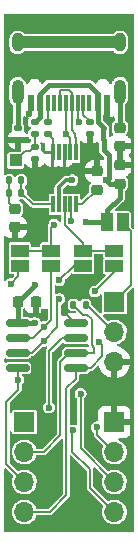
<source format=gbr>
%TF.GenerationSoftware,KiCad,Pcbnew,6.0.11+dfsg-1~bpo11+1*%
%TF.CreationDate,2023-10-28T20:26:38+09:00*%
%TF.ProjectId,pcb-devboard,7063622d-6465-4766-926f-6172642e6b69,rev?*%
%TF.SameCoordinates,Original*%
%TF.FileFunction,Copper,L1,Top*%
%TF.FilePolarity,Positive*%
%FSLAX46Y46*%
G04 Gerber Fmt 4.6, Leading zero omitted, Abs format (unit mm)*
G04 Created by KiCad (PCBNEW 6.0.11+dfsg-1~bpo11+1) date 2023-10-28 20:26:38*
%MOMM*%
%LPD*%
G01*
G04 APERTURE LIST*
G04 Aperture macros list*
%AMRoundRect*
0 Rectangle with rounded corners*
0 $1 Rounding radius*
0 $2 $3 $4 $5 $6 $7 $8 $9 X,Y pos of 4 corners*
0 Add a 4 corners polygon primitive as box body*
4,1,4,$2,$3,$4,$5,$6,$7,$8,$9,$2,$3,0*
0 Add four circle primitives for the rounded corners*
1,1,$1+$1,$2,$3*
1,1,$1+$1,$4,$5*
1,1,$1+$1,$6,$7*
1,1,$1+$1,$8,$9*
0 Add four rect primitives between the rounded corners*
20,1,$1+$1,$2,$3,$4,$5,0*
20,1,$1+$1,$4,$5,$6,$7,0*
20,1,$1+$1,$6,$7,$8,$9,0*
20,1,$1+$1,$8,$9,$2,$3,0*%
G04 Aperture macros list end*
%TA.AperFunction,SMDPad,CuDef*%
%ADD10RoundRect,0.225000X-0.225000X-0.250000X0.225000X-0.250000X0.225000X0.250000X-0.225000X0.250000X0*%
%TD*%
%TA.AperFunction,SMDPad,CuDef*%
%ADD11R,0.300000X1.400000*%
%TD*%
%TA.AperFunction,SMDPad,CuDef*%
%ADD12RoundRect,0.135000X-0.185000X0.135000X-0.185000X-0.135000X0.185000X-0.135000X0.185000X0.135000X0*%
%TD*%
%TA.AperFunction,SMDPad,CuDef*%
%ADD13R,1.500000X1.000000*%
%TD*%
%TA.AperFunction,SMDPad,CuDef*%
%ADD14RoundRect,0.135000X-0.135000X-0.185000X0.135000X-0.185000X0.135000X0.185000X-0.135000X0.185000X0*%
%TD*%
%TA.AperFunction,SMDPad,CuDef*%
%ADD15RoundRect,0.135000X0.185000X-0.135000X0.185000X0.135000X-0.185000X0.135000X-0.185000X-0.135000X0*%
%TD*%
%TA.AperFunction,SMDPad,CuDef*%
%ADD16C,0.500000*%
%TD*%
%TA.AperFunction,SMDPad,CuDef*%
%ADD17R,1.000000X1.500000*%
%TD*%
%TA.AperFunction,SMDPad,CuDef*%
%ADD18RoundRect,0.218750X0.256250X-0.218750X0.256250X0.218750X-0.256250X0.218750X-0.256250X-0.218750X0*%
%TD*%
%TA.AperFunction,SMDPad,CuDef*%
%ADD19R,0.600000X1.450000*%
%TD*%
%TA.AperFunction,SMDPad,CuDef*%
%ADD20R,0.300000X1.450000*%
%TD*%
%TA.AperFunction,ComponentPad*%
%ADD21O,1.000000X1.600000*%
%TD*%
%TA.AperFunction,ComponentPad*%
%ADD22O,1.000000X2.100000*%
%TD*%
%TA.AperFunction,SMDPad,CuDef*%
%ADD23RoundRect,0.225000X0.250000X-0.225000X0.250000X0.225000X-0.250000X0.225000X-0.250000X-0.225000X0*%
%TD*%
%TA.AperFunction,SMDPad,CuDef*%
%ADD24RoundRect,0.135000X0.135000X0.185000X-0.135000X0.185000X-0.135000X-0.185000X0.135000X-0.185000X0*%
%TD*%
%TA.AperFunction,SMDPad,CuDef*%
%ADD25RoundRect,0.150000X-0.825000X-0.150000X0.825000X-0.150000X0.825000X0.150000X-0.825000X0.150000X0*%
%TD*%
%TA.AperFunction,SMDPad,CuDef*%
%ADD26R,1.000000X1.000000*%
%TD*%
%TA.AperFunction,ComponentPad*%
%ADD27R,1.700000X1.700000*%
%TD*%
%TA.AperFunction,ComponentPad*%
%ADD28O,1.700000X1.700000*%
%TD*%
%TA.AperFunction,ViaPad*%
%ADD29C,0.600000*%
%TD*%
%TA.AperFunction,Conductor*%
%ADD30C,0.150000*%
%TD*%
%TA.AperFunction,Conductor*%
%ADD31C,0.450000*%
%TD*%
%TA.AperFunction,Conductor*%
%ADD32C,1.000000*%
%TD*%
%TA.AperFunction,Conductor*%
%ADD33C,0.300000*%
%TD*%
%TA.AperFunction,Conductor*%
%ADD34C,0.200000*%
%TD*%
G04 APERTURE END LIST*
%TO.C,NT1*%
G36*
X149195600Y-95470500D02*
G01*
X148695600Y-95470500D01*
X148695600Y-94470500D01*
X149195600Y-94470500D01*
X149195600Y-95470500D01*
G37*
%TD*%
D10*
%TO.P,C3,1*%
%TO.N,VSYS*%
X141668200Y-109220000D03*
%TO.P,C3,2*%
%TO.N,GND*%
X143218200Y-109220000D03*
%TD*%
D11*
%TO.P,U1,1,UD+*%
%TO.N,/USB_D+*%
X146643600Y-96555100D03*
%TO.P,U1,2,UD-*%
%TO.N,/USB_D-*%
X146143600Y-96555100D03*
%TO.P,U1,3,GND*%
%TO.N,GND*%
X145643600Y-96555100D03*
%TO.P,U1,4,~{RTS}*%
%TO.N,unconnected-(U1-Pad4)*%
X145143600Y-96555100D03*
%TO.P,U1,5,~{CTS}*%
%TO.N,GND*%
X144643600Y-96555100D03*
%TO.P,U1,6,TNOW*%
%TO.N,Net-(R6-Pad1)*%
X144643600Y-100955100D03*
%TO.P,U1,7,VCC*%
%TO.N,VSYS*%
X145143600Y-100955100D03*
%TO.P,U1,8,TXD*%
%TO.N,/USB_UART_TX*%
X145643600Y-100955100D03*
%TO.P,U1,9,RXD*%
%TO.N,/USB_UART_RX*%
X146143600Y-100955100D03*
%TO.P,U1,10,V3*%
%TO.N,Net-(C2-Pad1)*%
X146643600Y-100955100D03*
%TD*%
D12*
%TO.P,R3,1*%
%TO.N,Net-(C1-Pad2)*%
X141681200Y-94462500D03*
%TO.P,R3,2*%
%TO.N,GND*%
X141681200Y-95482500D03*
%TD*%
D13*
%TO.P,JP5,1,A*%
%TO.N,/USB_UART_TX*%
X149860000Y-104872000D03*
%TO.P,JP5,2,B*%
%TO.N,/PIN_PA2*%
X149860000Y-106172000D03*
%TD*%
D14*
%TO.P,R7,1*%
%TO.N,Net-(D1-Pad2)*%
X140966000Y-98932900D03*
%TO.P,R7,2*%
%TO.N,Net-(R6-Pad1)*%
X141986000Y-98932900D03*
%TD*%
D15*
%TO.P,R1,1*%
%TO.N,GND*%
X147777200Y-94997900D03*
%TO.P,R1,2*%
%TO.N,Net-(R1-Pad2)*%
X147777200Y-93977900D03*
%TD*%
D16*
%TO.P,NT1,1,1*%
%TO.N,/VBUS*%
X148945600Y-94470500D03*
%TO.P,NT1,2,2*%
%TO.N,VSYS*%
X148945600Y-95470500D03*
%TD*%
D17*
%TO.P,JP1,1,A*%
%TO.N,VSYS*%
X149260800Y-102489000D03*
%TO.P,JP1,2,B*%
%TO.N,Net-(J1-Pad1)*%
X150560800Y-102489000D03*
%TD*%
D13*
%TO.P,JP3,1,A*%
%TO.N,/USB_UART_TX*%
X147193000Y-104872000D03*
%TO.P,JP3,2,B*%
%TO.N,/PIN_PA7*%
X147193000Y-106172000D03*
%TD*%
D18*
%TO.P,D1,1,K*%
%TO.N,GND*%
X141478000Y-102895500D03*
%TO.P,D1,2,A*%
%TO.N,Net-(D1-Pad2)*%
X141478000Y-101320500D03*
%TD*%
D19*
%TO.P,USB1,1,GND*%
%TO.N,GND*%
X149224200Y-92332100D03*
%TO.P,USB1,2,VBUS*%
%TO.N,/VBUS*%
X148449200Y-92332100D03*
D20*
%TO.P,USB1,3,SBU2*%
%TO.N,unconnected-(USB1-Pad3)*%
X147749200Y-92332100D03*
%TO.P,USB1,4,CC1*%
%TO.N,Net-(R1-Pad2)*%
X147249200Y-92332100D03*
%TO.P,USB1,5,DN2*%
%TO.N,/USB_D-*%
X146749200Y-92332100D03*
%TO.P,USB1,6,DP1*%
%TO.N,/USB_D+*%
X146249200Y-92332100D03*
%TO.P,USB1,7,DN1*%
%TO.N,/USB_D-*%
X145749200Y-92332100D03*
%TO.P,USB1,8,DP2*%
%TO.N,/USB_D+*%
X145249200Y-92332100D03*
%TO.P,USB1,9,SBU1*%
%TO.N,unconnected-(USB1-Pad9)*%
X144749200Y-92332100D03*
%TO.P,USB1,10,CC2*%
%TO.N,Net-(R2-Pad2)*%
X144249200Y-92332100D03*
D19*
%TO.P,USB1,11,VBUS*%
%TO.N,/VBUS*%
X143549200Y-92332100D03*
%TO.P,USB1,12,GND*%
%TO.N,GND*%
X142774200Y-92332100D03*
D21*
%TO.P,USB1,13,SHIELD*%
%TO.N,Net-(C1-Pad2)*%
X141679200Y-87237100D03*
D22*
X150319200Y-91417100D03*
D21*
X150319200Y-87237100D03*
D22*
X141679200Y-91417100D03*
%TD*%
D23*
%TO.P,C2,1*%
%TO.N,Net-(C2-Pad1)*%
X148386800Y-99707900D03*
%TO.P,C2,2*%
%TO.N,GND*%
X148386800Y-98157900D03*
%TD*%
D24*
%TO.P,R6,1*%
%TO.N,Net-(R6-Pad1)*%
X141986000Y-99999700D03*
%TO.P,R6,2*%
%TO.N,Net-(D1-Pad2)*%
X140966000Y-99999700D03*
%TD*%
D15*
%TO.P,R2,1*%
%TO.N,GND*%
X144246600Y-94999900D03*
%TO.P,R2,2*%
%TO.N,Net-(R2-Pad2)*%
X144246600Y-93979900D03*
%TD*%
D12*
%TO.P,R5,1*%
%TO.N,/VBUS*%
X143103600Y-93979900D03*
%TO.P,R5,2*%
%TO.N,/VBUS_SENSE*%
X143103600Y-94999900D03*
%TD*%
D23*
%TO.P,C4,1*%
%TO.N,VSYS*%
X150317200Y-99199900D03*
%TO.P,C4,2*%
%TO.N,GND*%
X150317200Y-97649900D03*
%TD*%
D13*
%TO.P,JP2,1,A*%
%TO.N,/USB_UART_RX*%
X144526000Y-104872000D03*
%TO.P,JP2,2,B*%
%TO.N,/PIN_PA6*%
X144526000Y-106172000D03*
%TD*%
%TO.P,JP4,1,A*%
%TO.N,/USB_UART_RX*%
X141859000Y-104872000D03*
%TO.P,JP4,2,B*%
%TO.N,/PIN_PA1*%
X141859000Y-106172000D03*
%TD*%
D25*
%TO.P,U2,1,VCC*%
%TO.N,VSYS*%
X141670000Y-110998000D03*
%TO.P,U2,2,PA6*%
%TO.N,/PIN_PA6*%
X141670000Y-112268000D03*
%TO.P,U2,3,PA7*%
%TO.N,/PIN_PA7*%
X141670000Y-113538000D03*
%TO.P,U2,4,PA1*%
%TO.N,/PIN_PA1*%
X141670000Y-114808000D03*
%TO.P,U2,5,PA2*%
%TO.N,/PIN_PA2*%
X146620000Y-114808000D03*
%TO.P,U2,6,~{RESET}/PA0*%
%TO.N,/PIN_PA0*%
X146620000Y-113538000D03*
%TO.P,U2,7,PA3*%
%TO.N,/PIN_PA3*%
X146620000Y-112268000D03*
%TO.P,U2,8,GND*%
%TO.N,GND*%
X146620000Y-110998000D03*
%TD*%
D23*
%TO.P,C1,1*%
%TO.N,GND*%
X150317200Y-96012500D03*
%TO.P,C1,2*%
%TO.N,Net-(C1-Pad2)*%
X150317200Y-94462500D03*
%TD*%
D24*
%TO.P,R8,1*%
%TO.N,Net-(J1-Pad2)*%
X147421600Y-109448600D03*
%TO.P,R8,2*%
%TO.N,/PIN_PA0*%
X146401600Y-109448600D03*
%TD*%
D12*
%TO.P,R4,1*%
%TO.N,/VBUS_SENSE*%
X143103600Y-96062700D03*
%TO.P,R4,2*%
%TO.N,GND*%
X143103600Y-97082700D03*
%TD*%
D26*
%TO.P,TP1,1,1*%
%TO.N,/VBUS_SENSE*%
X141503400Y-97231200D03*
%TD*%
D27*
%TO.P,J2,1,Pin_1*%
%TO.N,VSYS*%
X142240000Y-119380000D03*
D28*
%TO.P,J2,2,Pin_2*%
%TO.N,/PIN_PA0*%
X142240000Y-121920000D03*
%TO.P,J2,3,Pin_3*%
%TO.N,/PIN_PA1*%
X142240000Y-124460000D03*
%TO.P,J2,4,Pin_4*%
%TO.N,/PIN_PA2*%
X142240000Y-127000000D03*
%TD*%
D27*
%TO.P,J3,1,Pin_1*%
%TO.N,GND*%
X149860000Y-119380000D03*
D28*
%TO.P,J3,2,Pin_2*%
%TO.N,/PIN_PA7*%
X149860000Y-121920000D03*
%TO.P,J3,3,Pin_3*%
%TO.N,/PIN_PA6*%
X149860000Y-124460000D03*
%TO.P,J3,4,Pin_4*%
%TO.N,/PIN_PA3*%
X149860000Y-127000000D03*
%TD*%
D27*
%TO.P,J1,1,Pin_1*%
%TO.N,Net-(J1-Pad1)*%
X149860000Y-109220000D03*
D28*
%TO.P,J1,2,Pin_2*%
%TO.N,Net-(J1-Pad2)*%
X149860000Y-111760000D03*
%TO.P,J1,3,Pin_3*%
%TO.N,GND*%
X149860000Y-114300000D03*
%TD*%
D29*
%TO.N,GND*%
X149174200Y-93649800D03*
X143230600Y-101854000D03*
X145669000Y-110159800D03*
X142628700Y-93337358D03*
X143891000Y-110109000D03*
X147802600Y-96469200D03*
%TO.N,VSYS*%
X143129000Y-110998000D03*
X143103600Y-107797600D03*
X149186950Y-98920250D03*
X147486500Y-102489000D03*
X146316650Y-98920250D03*
%TO.N,/PIN_PA1*%
X141732000Y-115824000D03*
X141097000Y-107696000D03*
%TO.N,/PIN_PA2*%
X148209000Y-108331000D03*
X148577300Y-112636300D03*
%TO.N,/PIN_PA7*%
X148386800Y-119837200D03*
X145200500Y-108966000D03*
X143906500Y-112506500D03*
X145200500Y-107391200D03*
%TO.N,/PIN_PA6*%
X143935000Y-111335000D03*
X147000000Y-116992400D03*
%TO.N,/PIN_PA3*%
X146324500Y-120100000D03*
X144322800Y-118160800D03*
%TO.N,/USB_UART_RX*%
X146218100Y-102374867D03*
X144780000Y-102666800D03*
%TO.N,/USB_D-*%
X145729444Y-94985856D03*
X146848700Y-93954500D03*
%TD*%
D30*
%TO.N,GND*%
X144643600Y-95396900D02*
X144246600Y-94999900D01*
X142774200Y-93191858D02*
X142628700Y-93337358D01*
X142774200Y-92332100D02*
X142774200Y-93191858D01*
X146507200Y-110998000D02*
X145669000Y-110159800D01*
X144643600Y-96555100D02*
X144643600Y-95396900D01*
X149224200Y-92332100D02*
X149224200Y-93599800D01*
X149224200Y-93599800D02*
X149174200Y-93649800D01*
D31*
%TO.N,Net-(C1-Pad2)*%
X141679200Y-94460500D02*
X141679200Y-91417100D01*
D32*
X141679200Y-87237100D02*
X150319200Y-87237100D01*
D31*
X150319200Y-91417100D02*
X150319200Y-94460500D01*
D30*
%TO.N,Net-(C2-Pad1)*%
X147139600Y-100955100D02*
X148386800Y-99707900D01*
X146643600Y-100955100D02*
X147139600Y-100955100D01*
D31*
%TO.N,VSYS*%
X149260800Y-102489000D02*
X149260800Y-101462600D01*
X141670000Y-110998000D02*
X143129000Y-110998000D01*
X141668200Y-109220000D02*
X141668200Y-110996200D01*
X150317200Y-99199900D02*
X149466600Y-99199900D01*
X149402800Y-96799400D02*
X149402800Y-98704400D01*
X148945600Y-96342200D02*
X149402800Y-96799400D01*
X141681200Y-109220000D02*
X143103600Y-107797600D01*
X148945600Y-95470500D02*
X148945600Y-96342200D01*
X150317200Y-100406200D02*
X150317200Y-99199900D01*
X147486500Y-102489000D02*
X149260800Y-102489000D01*
D33*
X145143600Y-99509200D02*
X145732550Y-98920250D01*
D31*
X149402800Y-98704400D02*
X149186950Y-98920250D01*
X149466600Y-99199900D02*
X149186950Y-98920250D01*
D33*
X145732550Y-98920250D02*
X146316650Y-98920250D01*
D31*
X149260800Y-101462600D02*
X150317200Y-100406200D01*
D33*
X145143600Y-100955100D02*
X145143600Y-99509200D01*
D30*
%TO.N,Net-(D1-Pad2)*%
X140966000Y-100808500D02*
X141478000Y-101320500D01*
X140966000Y-99999700D02*
X140966000Y-100808500D01*
X140966000Y-98932900D02*
X140966000Y-99999700D01*
%TO.N,Net-(J1-Pad1)*%
X149860000Y-109220000D02*
X151257000Y-107823000D01*
X151257000Y-103251000D02*
X150560800Y-102554800D01*
X151257000Y-107823000D02*
X151257000Y-103251000D01*
%TO.N,Net-(J1-Pad2)*%
X149860000Y-111760000D02*
X147548600Y-109448600D01*
%TO.N,/PIN_PA0*%
X148158200Y-113106200D02*
X147955000Y-112903000D01*
X145300000Y-114300000D02*
X146062000Y-113538000D01*
X142240000Y-121920000D02*
X143880000Y-121920000D01*
X145300000Y-120500000D02*
X145300000Y-114300000D01*
X147574000Y-110286800D02*
X147239800Y-110286800D01*
X143880000Y-121920000D02*
X145300000Y-120500000D01*
X146062000Y-113538000D02*
X146620000Y-113538000D01*
X148158200Y-113538000D02*
X146620000Y-113538000D01*
X147239800Y-110286800D02*
X146401600Y-109448600D01*
X147955000Y-110667800D02*
X147574000Y-110286800D01*
X147955000Y-112903000D02*
X147955000Y-110667800D01*
X148158200Y-113538000D02*
X148158200Y-113106200D01*
%TO.N,/PIN_PA1*%
X141732000Y-116636800D02*
X140716000Y-117652800D01*
X141097000Y-107696000D02*
X141732000Y-107061000D01*
X141732000Y-107061000D02*
X141732000Y-106299000D01*
X140716000Y-122936000D02*
X142240000Y-124460000D01*
X141732000Y-115824000D02*
X141732000Y-116636800D01*
X141732000Y-115824000D02*
X141670000Y-115762000D01*
X140716000Y-117652800D02*
X140716000Y-122936000D01*
X141670000Y-115762000D02*
X141670000Y-114808000D01*
%TO.N,/PIN_PA2*%
X149860000Y-106680000D02*
X149860000Y-106172000D01*
X148844000Y-112903000D02*
X148844000Y-113806795D01*
X144400000Y-127000000D02*
X142240000Y-127000000D01*
X147842795Y-114808000D02*
X146620000Y-114808000D01*
X146620000Y-114808000D02*
X146620000Y-115720000D01*
X145800000Y-125600000D02*
X144400000Y-127000000D01*
X148844000Y-113806795D02*
X147842795Y-114808000D01*
X148577300Y-112636300D02*
X148844000Y-112903000D01*
X145800000Y-116540000D02*
X145800000Y-125600000D01*
X148209000Y-108331000D02*
X149860000Y-106680000D01*
X146620000Y-115720000D02*
X145800000Y-116540000D01*
%TO.N,/PIN_PA7*%
X146419700Y-106172000D02*
X147193000Y-106172000D01*
X145200500Y-107391200D02*
X146419700Y-106172000D01*
X145200500Y-108966000D02*
X145034000Y-109132500D01*
X145034000Y-109132500D02*
X145034000Y-111379000D01*
X141670000Y-113538000D02*
X142900400Y-113538000D01*
X142900400Y-113512600D02*
X142900400Y-113538000D01*
X145034000Y-111379000D02*
X143906500Y-112506500D01*
X143906500Y-112506500D02*
X142900400Y-113512600D01*
X148386800Y-120446800D02*
X149860000Y-121920000D01*
X148386800Y-119837200D02*
X148386800Y-120446800D01*
%TO.N,/PIN_PA6*%
X143002000Y-112268000D02*
X143835000Y-111435000D01*
X141670000Y-112268000D02*
X143002000Y-112268000D01*
X147000000Y-116992400D02*
X147000000Y-121600000D01*
X143935000Y-111335000D02*
X144526000Y-110744000D01*
X144526000Y-110744000D02*
X144526000Y-106172000D01*
X147000000Y-121600000D02*
X149860000Y-124460000D01*
X143835000Y-111435000D02*
X143935000Y-111335000D01*
%TO.N,/PIN_PA3*%
X146300000Y-120124500D02*
X146300000Y-121900000D01*
X147800000Y-123400000D02*
X147800000Y-124940000D01*
X146324500Y-120100000D02*
X146300000Y-120124500D01*
X145432000Y-112268000D02*
X146620000Y-112268000D01*
X147800000Y-124940000D02*
X149860000Y-127000000D01*
X144322800Y-118160800D02*
X144322800Y-113377200D01*
X144322800Y-113377200D02*
X145432000Y-112268000D01*
X146300000Y-121900000D02*
X147800000Y-123400000D01*
%TO.N,/USB_UART_RX*%
X144526000Y-102920800D02*
X144780000Y-102666800D01*
X144526000Y-104872000D02*
X144526000Y-102920800D01*
X141859000Y-104872000D02*
X144526000Y-104872000D01*
X146218100Y-102374867D02*
X146218100Y-101029600D01*
%TO.N,/USB_UART_TX*%
X147193000Y-104216200D02*
X145643600Y-102666800D01*
X149860000Y-104872000D02*
X147193000Y-104872000D01*
X145643600Y-102666800D02*
X145643600Y-100955100D01*
X147193000Y-104872000D02*
X147193000Y-104216200D01*
D31*
%TO.N,/VBUS*%
X148499200Y-94024100D02*
X148945600Y-94470500D01*
X143549200Y-93534300D02*
X143103600Y-93979900D01*
X148499200Y-92382100D02*
X148499200Y-94024100D01*
X144297400Y-90830400D02*
X147701127Y-90830400D01*
X143549200Y-91578600D02*
X144297400Y-90830400D01*
X143549200Y-92332100D02*
X143549200Y-91578600D01*
X148449200Y-91578473D02*
X148449200Y-92332100D01*
X147701127Y-90830400D02*
X148449200Y-91578473D01*
X143549200Y-92332100D02*
X143549200Y-93534300D01*
D30*
%TO.N,Net-(R1-Pad2)*%
X147777200Y-93929100D02*
X147249200Y-93401100D01*
X147249200Y-93401100D02*
X147249200Y-92332100D01*
%TO.N,Net-(R2-Pad2)*%
X144249200Y-93977300D02*
X144249200Y-92332100D01*
%TO.N,/VBUS_SENSE*%
X142697200Y-96469100D02*
X143103600Y-96062700D01*
X143103600Y-96062700D02*
X143103600Y-94999900D01*
X141503400Y-97231200D02*
X142265500Y-96469100D01*
X142265500Y-96469100D02*
X142697200Y-96469100D01*
D34*
%TO.N,/USB_D+*%
X146249200Y-91516900D02*
X146249200Y-92332100D01*
X146249200Y-92332100D02*
X146249200Y-94687100D01*
X145249200Y-92332100D02*
X145249200Y-91357100D01*
X146543600Y-95210100D02*
X146643600Y-95310100D01*
X145299200Y-91307100D02*
X146039400Y-91307100D01*
X146249200Y-94687100D02*
X146543600Y-94981500D01*
X145249200Y-91357100D02*
X145299200Y-91307100D01*
X146039400Y-91307100D02*
X146249200Y-91516900D01*
X146543600Y-94981500D02*
X146543600Y-95210100D01*
X146643600Y-95310100D02*
X146643600Y-96555100D01*
%TO.N,/USB_D-*%
X146143600Y-96555100D02*
X146143600Y-95368900D01*
X146749200Y-92332100D02*
X146749200Y-93855000D01*
X145749200Y-94974500D02*
X145749200Y-92332100D01*
X146749200Y-93855000D02*
X146848700Y-93954500D01*
X146143600Y-95368900D02*
X145749200Y-94974500D01*
D30*
%TO.N,Net-(R6-Pad1)*%
X142941400Y-100955100D02*
X141986000Y-99999700D01*
X144643600Y-100955100D02*
X142941400Y-100955100D01*
X141986000Y-99999700D02*
X141986000Y-98932900D01*
%TD*%
%TA.AperFunction,Conductor*%
%TO.N,GND*%
G36*
X151510445Y-108055914D02*
G01*
X151553710Y-108099179D01*
X151564500Y-108144124D01*
X151564500Y-128605500D01*
X151545593Y-128663691D01*
X151496093Y-128699655D01*
X151465500Y-128704500D01*
X140634500Y-128704500D01*
X140576309Y-128685593D01*
X140540345Y-128636093D01*
X140535500Y-128605500D01*
X140535500Y-123384124D01*
X140554407Y-123325933D01*
X140603907Y-123289969D01*
X140665093Y-123289969D01*
X140704504Y-123314120D01*
X141275666Y-123885282D01*
X141303443Y-123939799D01*
X141292416Y-124002980D01*
X141269776Y-124044162D01*
X141207484Y-124240532D01*
X141206944Y-124245344D01*
X141206944Y-124245345D01*
X141205865Y-124254970D01*
X141184520Y-124445262D01*
X141201759Y-124650553D01*
X141258544Y-124848586D01*
X141352712Y-125031818D01*
X141480677Y-125193270D01*
X141484357Y-125196402D01*
X141484359Y-125196404D01*
X141597017Y-125292283D01*
X141637564Y-125326791D01*
X141641787Y-125329151D01*
X141641791Y-125329154D01*
X141681342Y-125351258D01*
X141817398Y-125427297D01*
X141821996Y-125428791D01*
X142008724Y-125489463D01*
X142008726Y-125489464D01*
X142013329Y-125490959D01*
X142217894Y-125515351D01*
X142222716Y-125514980D01*
X142222719Y-125514980D01*
X142290541Y-125509761D01*
X142423300Y-125499546D01*
X142621725Y-125444145D01*
X142626038Y-125441966D01*
X142626044Y-125441964D01*
X142801289Y-125353441D01*
X142801291Y-125353440D01*
X142805610Y-125351258D01*
X142840943Y-125323653D01*
X142964135Y-125227406D01*
X142964139Y-125227402D01*
X142967951Y-125224424D01*
X143102564Y-125068472D01*
X143104957Y-125064260D01*
X143201934Y-124893550D01*
X143201935Y-124893547D01*
X143204323Y-124889344D01*
X143217882Y-124848586D01*
X143267824Y-124698454D01*
X143267824Y-124698452D01*
X143269351Y-124693863D01*
X143295171Y-124489474D01*
X143295583Y-124460000D01*
X143275480Y-124254970D01*
X143215935Y-124057749D01*
X143119218Y-123875849D01*
X142989011Y-123716200D01*
X142830275Y-123584882D01*
X142649055Y-123486897D01*
X142585855Y-123467333D01*
X142456875Y-123427407D01*
X142456871Y-123427406D01*
X142452254Y-123425977D01*
X142447446Y-123425472D01*
X142447443Y-123425471D01*
X142252185Y-123404949D01*
X142252183Y-123404949D01*
X142247369Y-123404443D01*
X142191130Y-123409561D01*
X142047022Y-123422675D01*
X142047017Y-123422676D01*
X142042203Y-123423114D01*
X142027617Y-123427407D01*
X141849219Y-123479912D01*
X141849216Y-123479913D01*
X141844572Y-123481280D01*
X141781832Y-123514080D01*
X141721508Y-123524283D01*
X141665965Y-123496349D01*
X141020496Y-122850880D01*
X140992719Y-122796363D01*
X140991500Y-122780876D01*
X140991500Y-121968718D01*
X141010407Y-121910527D01*
X141010913Y-121910159D01*
X141004420Y-121904230D01*
X140991500Y-121855330D01*
X140991500Y-120249748D01*
X141010407Y-120191557D01*
X141059907Y-120155593D01*
X141121093Y-120155593D01*
X141170593Y-120191557D01*
X141189023Y-120240046D01*
X141189500Y-120244888D01*
X141189500Y-120249748D01*
X141201133Y-120308231D01*
X141245448Y-120374552D01*
X141311769Y-120418867D01*
X141321332Y-120420769D01*
X141321334Y-120420770D01*
X141344005Y-120425279D01*
X141370252Y-120430500D01*
X143109748Y-120430500D01*
X143135995Y-120425279D01*
X143158666Y-120420770D01*
X143158668Y-120420769D01*
X143168231Y-120418867D01*
X143234552Y-120374552D01*
X143278867Y-120308231D01*
X143290500Y-120249748D01*
X143290500Y-118510252D01*
X143278867Y-118451769D01*
X143234552Y-118385448D01*
X143168231Y-118341133D01*
X143158668Y-118339231D01*
X143158666Y-118339230D01*
X143135995Y-118334721D01*
X143109748Y-118329500D01*
X141370252Y-118329500D01*
X141344005Y-118334721D01*
X141321334Y-118339230D01*
X141321332Y-118339231D01*
X141311769Y-118341133D01*
X141245448Y-118385448D01*
X141201133Y-118451769D01*
X141189500Y-118510252D01*
X141189500Y-118515110D01*
X141189023Y-118519954D01*
X141164504Y-118576012D01*
X141111718Y-118606952D01*
X141050827Y-118600955D01*
X141005090Y-118560313D01*
X140991500Y-118510252D01*
X140991500Y-117807924D01*
X141010407Y-117749733D01*
X141020496Y-117737920D01*
X141900731Y-116857685D01*
X141915733Y-116845374D01*
X141922514Y-116840843D01*
X141930624Y-116835424D01*
X141991515Y-116744295D01*
X141995076Y-116726396D01*
X142007500Y-116663933D01*
X142007500Y-116663932D01*
X142010995Y-116646362D01*
X142012897Y-116636800D01*
X142009402Y-116619229D01*
X142007500Y-116599916D01*
X142007500Y-116297591D01*
X142026407Y-116239400D01*
X142044629Y-116222537D01*
X142043554Y-116221242D01*
X142048987Y-116216732D01*
X142054991Y-116213045D01*
X142059719Y-116207822D01*
X142059721Y-116207820D01*
X142146468Y-116111982D01*
X142151200Y-116106754D01*
X142213710Y-115977733D01*
X142217875Y-115952982D01*
X142236862Y-115840124D01*
X142236862Y-115840120D01*
X142237496Y-115836354D01*
X142237647Y-115824000D01*
X142217323Y-115682082D01*
X142184257Y-115609357D01*
X142160905Y-115557996D01*
X142160904Y-115557995D01*
X142157984Y-115551572D01*
X142089526Y-115472123D01*
X142065865Y-115415698D01*
X142079889Y-115356142D01*
X142126240Y-115316202D01*
X142164525Y-115308500D01*
X142528218Y-115308500D01*
X142531801Y-115307972D01*
X142531808Y-115307972D01*
X142589499Y-115299479D01*
X142589501Y-115299478D01*
X142597112Y-115298358D01*
X142701855Y-115246932D01*
X142784293Y-115164350D01*
X142835536Y-115059518D01*
X142836645Y-115051916D01*
X142836646Y-115051913D01*
X142844983Y-114994763D01*
X142844983Y-114994761D01*
X142845500Y-114991218D01*
X142845500Y-114624782D01*
X142839488Y-114583938D01*
X142836479Y-114563501D01*
X142836478Y-114563499D01*
X142835358Y-114555888D01*
X142783932Y-114451145D01*
X142701350Y-114368707D01*
X142596518Y-114317464D01*
X142588916Y-114316355D01*
X142588913Y-114316354D01*
X142531763Y-114308017D01*
X142531761Y-114308017D01*
X142528218Y-114307500D01*
X140811782Y-114307500D01*
X140808199Y-114308028D01*
X140808192Y-114308028D01*
X140750501Y-114316521D01*
X140750499Y-114316522D01*
X140742888Y-114317642D01*
X140735982Y-114321033D01*
X140735981Y-114321033D01*
X140678131Y-114349436D01*
X140617564Y-114358110D01*
X140563465Y-114329526D01*
X140536500Y-114274603D01*
X140535500Y-114260569D01*
X140535500Y-114085459D01*
X140554407Y-114027268D01*
X140603907Y-113991304D01*
X140665093Y-113991304D01*
X140677976Y-113996516D01*
X140743482Y-114028536D01*
X140751084Y-114029645D01*
X140751087Y-114029646D01*
X140808237Y-114037983D01*
X140808239Y-114037983D01*
X140811782Y-114038500D01*
X142528218Y-114038500D01*
X142531801Y-114037972D01*
X142531808Y-114037972D01*
X142589499Y-114029479D01*
X142589501Y-114029478D01*
X142597112Y-114028358D01*
X142612531Y-114020788D01*
X142661967Y-113996516D01*
X142701855Y-113976932D01*
X142784293Y-113894350D01*
X142794964Y-113872520D01*
X142837505Y-113828543D01*
X142883907Y-113816995D01*
X142890838Y-113816995D01*
X142900400Y-113818897D01*
X142909962Y-113816995D01*
X142998330Y-113799418D01*
X142998332Y-113799417D01*
X143007895Y-113797515D01*
X143099024Y-113736624D01*
X143159915Y-113645495D01*
X143161462Y-113646528D01*
X143172299Y-113630317D01*
X143767740Y-113034876D01*
X143822257Y-113007099D01*
X143839559Y-113005897D01*
X143961945Y-113008141D01*
X143961947Y-113008141D01*
X143968999Y-113008270D01*
X143975802Y-113006415D01*
X143975804Y-113006415D01*
X144033925Y-112990569D01*
X144067373Y-112981450D01*
X144128486Y-112984385D01*
X144176204Y-113022683D01*
X144192298Y-113081713D01*
X144170621Y-113138930D01*
X144163416Y-113146968D01*
X144154069Y-113156315D01*
X144139067Y-113168626D01*
X144124176Y-113178576D01*
X144108807Y-113201577D01*
X144108806Y-113201578D01*
X144091329Y-113227735D01*
X144063285Y-113269705D01*
X144054479Y-113313976D01*
X144041903Y-113377200D01*
X144043805Y-113386761D01*
X144045398Y-113394769D01*
X144047300Y-113414084D01*
X144047300Y-117688188D01*
X144028393Y-117746379D01*
X144006210Y-117767154D01*
X144006416Y-117767396D01*
X144001325Y-117771728D01*
X144001125Y-117771916D01*
X143995080Y-117775730D01*
X143990409Y-117781019D01*
X143904844Y-117877903D01*
X143904842Y-117877905D01*
X143900177Y-117883188D01*
X143839247Y-118012963D01*
X143838162Y-118019932D01*
X143838161Y-118019935D01*
X143823480Y-118114230D01*
X143817191Y-118154623D01*
X143818106Y-118161620D01*
X143818106Y-118161621D01*
X143833310Y-118277892D01*
X143835780Y-118296779D01*
X143838621Y-118303235D01*
X143838621Y-118303236D01*
X143887350Y-118413980D01*
X143893520Y-118428003D01*
X143921538Y-118461334D01*
X143981231Y-118532349D01*
X143981234Y-118532351D01*
X143985770Y-118537748D01*
X143991641Y-118541656D01*
X143991642Y-118541657D01*
X144003943Y-118549845D01*
X144105113Y-118617190D01*
X144205720Y-118648621D01*
X144235225Y-118657839D01*
X144235226Y-118657839D01*
X144241957Y-118659942D01*
X144313628Y-118661256D01*
X144378245Y-118662441D01*
X144378247Y-118662441D01*
X144385299Y-118662570D01*
X144392102Y-118660715D01*
X144392104Y-118660715D01*
X144467303Y-118640213D01*
X144523617Y-118624860D01*
X144645791Y-118549845D01*
X144653203Y-118541657D01*
X144737268Y-118448782D01*
X144742000Y-118443554D01*
X144804510Y-118314533D01*
X144827872Y-118175674D01*
X144832565Y-118166677D01*
X144827500Y-118154187D01*
X144809123Y-118025866D01*
X144808123Y-118018882D01*
X144748784Y-117888372D01*
X144655200Y-117779763D01*
X144643453Y-117772149D01*
X144604907Y-117724633D01*
X144598300Y-117689074D01*
X144598300Y-113532324D01*
X144617207Y-113474133D01*
X144627296Y-113462320D01*
X145415454Y-112674162D01*
X145469971Y-112646385D01*
X145530403Y-112655956D01*
X145555400Y-112674101D01*
X145582859Y-112701513D01*
X145582862Y-112701515D01*
X145588650Y-112707293D01*
X145693482Y-112758536D01*
X145701084Y-112759645D01*
X145701087Y-112759646D01*
X145758237Y-112767983D01*
X145758239Y-112767983D01*
X145761782Y-112768500D01*
X147478218Y-112768500D01*
X147481801Y-112767972D01*
X147481808Y-112767972D01*
X147512601Y-112763438D01*
X147547112Y-112758358D01*
X147552158Y-112755880D01*
X147612305Y-112756656D01*
X147661337Y-112793255D01*
X147679500Y-112850408D01*
X147679500Y-112866115D01*
X147677598Y-112885428D01*
X147674103Y-112903000D01*
X147676005Y-112912562D01*
X147679500Y-112930132D01*
X147679501Y-112930140D01*
X147680925Y-112937299D01*
X147680532Y-112940616D01*
X147681402Y-112949446D01*
X147681402Y-112949447D01*
X147679487Y-112949447D01*
X147673735Y-112998060D01*
X147632204Y-113042991D01*
X147572194Y-113054929D01*
X147554596Y-113051201D01*
X147553419Y-113050837D01*
X147546518Y-113047464D01*
X147509949Y-113042129D01*
X147481763Y-113038017D01*
X147481761Y-113038017D01*
X147478218Y-113037500D01*
X145761782Y-113037500D01*
X145758199Y-113038028D01*
X145758192Y-113038028D01*
X145700501Y-113046521D01*
X145700499Y-113046522D01*
X145692888Y-113047642D01*
X145588145Y-113099068D01*
X145505707Y-113181650D01*
X145454464Y-113286482D01*
X145453355Y-113294084D01*
X145453354Y-113294087D01*
X145451554Y-113306426D01*
X145444500Y-113354782D01*
X145444500Y-113721218D01*
X145443543Y-113721218D01*
X145429885Y-113776801D01*
X145415754Y-113794630D01*
X145131269Y-114079115D01*
X145116267Y-114091426D01*
X145101376Y-114101376D01*
X145040485Y-114192505D01*
X145040485Y-114192506D01*
X145019103Y-114300000D01*
X145022390Y-114316521D01*
X145022598Y-114317569D01*
X145024500Y-114336884D01*
X145024500Y-118140152D01*
X145017416Y-118161955D01*
X145024500Y-118192099D01*
X145024500Y-120344876D01*
X145005593Y-120403067D01*
X144995504Y-120414880D01*
X143794880Y-121615504D01*
X143740363Y-121643281D01*
X143724876Y-121644500D01*
X143327728Y-121644500D01*
X143269537Y-121625593D01*
X143232953Y-121574114D01*
X143217336Y-121522388D01*
X143217333Y-121522380D01*
X143215935Y-121517749D01*
X143119218Y-121335849D01*
X142989011Y-121176200D01*
X142830275Y-121044882D01*
X142649055Y-120946897D01*
X142552774Y-120917093D01*
X142456875Y-120887407D01*
X142456871Y-120887406D01*
X142452254Y-120885977D01*
X142447446Y-120885472D01*
X142447443Y-120885471D01*
X142252185Y-120864949D01*
X142252183Y-120864949D01*
X142247369Y-120864443D01*
X142187354Y-120869905D01*
X142047022Y-120882675D01*
X142047017Y-120882676D01*
X142042203Y-120883114D01*
X141844572Y-120941280D01*
X141840288Y-120943519D01*
X141840287Y-120943520D01*
X141829428Y-120949197D01*
X141662002Y-121036726D01*
X141658231Y-121039758D01*
X141505220Y-121162781D01*
X141505217Y-121162783D01*
X141501447Y-121165815D01*
X141498333Y-121169526D01*
X141498332Y-121169527D01*
X141489585Y-121179952D01*
X141369024Y-121323630D01*
X141366689Y-121327878D01*
X141366688Y-121327879D01*
X141359955Y-121340126D01*
X141269776Y-121504162D01*
X141268313Y-121508775D01*
X141268311Y-121508779D01*
X141234456Y-121615504D01*
X141207484Y-121700532D01*
X141206944Y-121705344D01*
X141206944Y-121705345D01*
X141188883Y-121866365D01*
X141169282Y-121909575D01*
X141170593Y-121910527D01*
X141189153Y-121960434D01*
X141199927Y-122088731D01*
X141201759Y-122110553D01*
X141203092Y-122115201D01*
X141203092Y-122115202D01*
X141240579Y-122245933D01*
X141258544Y-122308586D01*
X141352712Y-122491818D01*
X141480677Y-122653270D01*
X141484357Y-122656402D01*
X141484359Y-122656404D01*
X141597017Y-122752283D01*
X141637564Y-122786791D01*
X141641787Y-122789151D01*
X141641791Y-122789154D01*
X141681342Y-122811258D01*
X141817398Y-122887297D01*
X141821996Y-122888791D01*
X142008724Y-122949463D01*
X142008726Y-122949464D01*
X142013329Y-122950959D01*
X142217894Y-122975351D01*
X142222716Y-122974980D01*
X142222719Y-122974980D01*
X142290541Y-122969761D01*
X142423300Y-122959546D01*
X142621725Y-122904145D01*
X142626038Y-122901966D01*
X142626044Y-122901964D01*
X142801289Y-122813441D01*
X142801291Y-122813440D01*
X142805610Y-122811258D01*
X142840943Y-122783653D01*
X142964135Y-122687406D01*
X142964139Y-122687402D01*
X142967951Y-122684424D01*
X143102564Y-122528472D01*
X143121231Y-122495613D01*
X143201934Y-122353550D01*
X143201935Y-122353547D01*
X143204323Y-122349344D01*
X143232963Y-122263250D01*
X143269271Y-122214003D01*
X143326901Y-122195500D01*
X143843116Y-122195500D01*
X143862429Y-122197402D01*
X143880000Y-122200897D01*
X143907132Y-122195500D01*
X143907133Y-122195500D01*
X143942558Y-122188453D01*
X143977930Y-122181418D01*
X143977932Y-122181417D01*
X143987495Y-122179515D01*
X144029465Y-122151471D01*
X144055622Y-122133994D01*
X144055623Y-122133993D01*
X144078624Y-122118624D01*
X144088574Y-122103733D01*
X144100885Y-122088731D01*
X145355496Y-120834120D01*
X145410013Y-120806343D01*
X145470445Y-120815914D01*
X145513710Y-120859179D01*
X145524500Y-120904124D01*
X145524500Y-125444876D01*
X145505593Y-125503067D01*
X145495504Y-125514880D01*
X144314880Y-126695504D01*
X144260363Y-126723281D01*
X144244876Y-126724500D01*
X143327728Y-126724500D01*
X143269537Y-126705593D01*
X143232953Y-126654114D01*
X143217336Y-126602388D01*
X143217333Y-126602380D01*
X143215935Y-126597749D01*
X143119218Y-126415849D01*
X142989011Y-126256200D01*
X142830275Y-126124882D01*
X142649055Y-126026897D01*
X142585855Y-126007333D01*
X142456875Y-125967407D01*
X142456871Y-125967406D01*
X142452254Y-125965977D01*
X142447446Y-125965472D01*
X142447443Y-125965471D01*
X142252185Y-125944949D01*
X142252183Y-125944949D01*
X142247369Y-125944443D01*
X142187354Y-125949905D01*
X142047022Y-125962675D01*
X142047017Y-125962676D01*
X142042203Y-125963114D01*
X141844572Y-126021280D01*
X141840288Y-126023519D01*
X141840287Y-126023520D01*
X141829428Y-126029197D01*
X141662002Y-126116726D01*
X141658231Y-126119758D01*
X141505220Y-126242781D01*
X141505217Y-126242783D01*
X141501447Y-126245815D01*
X141498333Y-126249526D01*
X141498332Y-126249527D01*
X141489585Y-126259952D01*
X141369024Y-126403630D01*
X141366689Y-126407878D01*
X141366688Y-126407879D01*
X141359955Y-126420126D01*
X141269776Y-126584162D01*
X141207484Y-126780532D01*
X141206944Y-126785344D01*
X141206944Y-126785345D01*
X141205865Y-126794970D01*
X141184520Y-126985262D01*
X141184925Y-126990082D01*
X141199927Y-127168731D01*
X141201759Y-127190553D01*
X141203092Y-127195201D01*
X141203092Y-127195202D01*
X141226663Y-127277402D01*
X141258544Y-127388586D01*
X141352712Y-127571818D01*
X141480677Y-127733270D01*
X141484357Y-127736402D01*
X141484359Y-127736404D01*
X141597017Y-127832283D01*
X141637564Y-127866791D01*
X141641787Y-127869151D01*
X141641791Y-127869154D01*
X141681342Y-127891258D01*
X141817398Y-127967297D01*
X141821996Y-127968791D01*
X142008724Y-128029463D01*
X142008726Y-128029464D01*
X142013329Y-128030959D01*
X142217894Y-128055351D01*
X142222716Y-128054980D01*
X142222719Y-128054980D01*
X142290541Y-128049761D01*
X142423300Y-128039546D01*
X142621725Y-127984145D01*
X142626038Y-127981966D01*
X142626044Y-127981964D01*
X142801289Y-127893441D01*
X142801291Y-127893440D01*
X142805610Y-127891258D01*
X142840943Y-127863653D01*
X142964135Y-127767406D01*
X142964139Y-127767402D01*
X142967951Y-127764424D01*
X143102564Y-127608472D01*
X143121231Y-127575613D01*
X143201934Y-127433550D01*
X143201935Y-127433547D01*
X143204323Y-127429344D01*
X143232963Y-127343250D01*
X143269271Y-127294003D01*
X143326901Y-127275500D01*
X144363116Y-127275500D01*
X144382429Y-127277402D01*
X144400000Y-127280897D01*
X144427132Y-127275500D01*
X144427133Y-127275500D01*
X144462558Y-127268453D01*
X144497930Y-127261418D01*
X144497932Y-127261417D01*
X144507495Y-127259515D01*
X144549465Y-127231471D01*
X144575622Y-127213994D01*
X144575623Y-127213993D01*
X144598624Y-127198624D01*
X144608574Y-127183733D01*
X144620885Y-127168731D01*
X145968731Y-125820885D01*
X145983733Y-125808574D01*
X145990514Y-125804043D01*
X145998624Y-125798624D01*
X146059515Y-125707495D01*
X146075500Y-125627133D01*
X146075500Y-125627132D01*
X146080897Y-125600000D01*
X146077402Y-125582429D01*
X146075500Y-125563116D01*
X146075500Y-122304124D01*
X146094407Y-122245933D01*
X146143907Y-122209969D01*
X146205093Y-122209969D01*
X146244504Y-122234120D01*
X147495504Y-123485120D01*
X147523281Y-123539637D01*
X147524500Y-123555124D01*
X147524500Y-124903116D01*
X147522598Y-124922429D01*
X147519103Y-124940000D01*
X147521005Y-124949562D01*
X147524500Y-124967132D01*
X147524500Y-124967133D01*
X147538122Y-125035613D01*
X147540485Y-125047495D01*
X147601376Y-125138624D01*
X147609486Y-125144043D01*
X147616267Y-125148574D01*
X147631269Y-125160885D01*
X148895666Y-126425282D01*
X148923443Y-126479799D01*
X148912416Y-126542980D01*
X148889776Y-126584162D01*
X148827484Y-126780532D01*
X148826944Y-126785344D01*
X148826944Y-126785345D01*
X148825865Y-126794970D01*
X148804520Y-126985262D01*
X148804925Y-126990082D01*
X148819927Y-127168731D01*
X148821759Y-127190553D01*
X148823092Y-127195201D01*
X148823092Y-127195202D01*
X148846663Y-127277402D01*
X148878544Y-127388586D01*
X148972712Y-127571818D01*
X149100677Y-127733270D01*
X149104357Y-127736402D01*
X149104359Y-127736404D01*
X149217017Y-127832283D01*
X149257564Y-127866791D01*
X149261787Y-127869151D01*
X149261791Y-127869154D01*
X149301342Y-127891258D01*
X149437398Y-127967297D01*
X149441996Y-127968791D01*
X149628724Y-128029463D01*
X149628726Y-128029464D01*
X149633329Y-128030959D01*
X149837894Y-128055351D01*
X149842716Y-128054980D01*
X149842719Y-128054980D01*
X149910541Y-128049761D01*
X150043300Y-128039546D01*
X150241725Y-127984145D01*
X150246038Y-127981966D01*
X150246044Y-127981964D01*
X150421289Y-127893441D01*
X150421291Y-127893440D01*
X150425610Y-127891258D01*
X150460943Y-127863653D01*
X150584135Y-127767406D01*
X150584139Y-127767402D01*
X150587951Y-127764424D01*
X150722564Y-127608472D01*
X150741231Y-127575613D01*
X150821934Y-127433550D01*
X150821935Y-127433547D01*
X150824323Y-127429344D01*
X150837882Y-127388586D01*
X150887824Y-127238454D01*
X150887824Y-127238452D01*
X150889351Y-127233863D01*
X150891869Y-127213935D01*
X150914823Y-127032228D01*
X150915171Y-127029474D01*
X150915583Y-127000000D01*
X150895480Y-126794970D01*
X150835935Y-126597749D01*
X150739218Y-126415849D01*
X150609011Y-126256200D01*
X150450275Y-126124882D01*
X150269055Y-126026897D01*
X150205855Y-126007333D01*
X150076875Y-125967407D01*
X150076871Y-125967406D01*
X150072254Y-125965977D01*
X150067446Y-125965472D01*
X150067443Y-125965471D01*
X149872185Y-125944949D01*
X149872183Y-125944949D01*
X149867369Y-125944443D01*
X149807354Y-125949905D01*
X149667022Y-125962675D01*
X149667017Y-125962676D01*
X149662203Y-125963114D01*
X149647617Y-125967407D01*
X149469219Y-126019912D01*
X149469216Y-126019913D01*
X149464572Y-126021280D01*
X149401832Y-126054080D01*
X149341508Y-126064283D01*
X149285965Y-126036349D01*
X148104496Y-124854880D01*
X148076719Y-124800363D01*
X148075500Y-124784876D01*
X148075500Y-123436884D01*
X148077402Y-123417569D01*
X148078995Y-123409561D01*
X148080897Y-123400000D01*
X148062754Y-123308789D01*
X148069946Y-123248029D01*
X148111478Y-123203099D01*
X148171488Y-123191162D01*
X148229856Y-123219472D01*
X148895666Y-123885282D01*
X148923443Y-123939799D01*
X148912416Y-124002980D01*
X148889776Y-124044162D01*
X148827484Y-124240532D01*
X148826944Y-124245344D01*
X148826944Y-124245345D01*
X148825865Y-124254970D01*
X148804520Y-124445262D01*
X148821759Y-124650553D01*
X148878544Y-124848586D01*
X148972712Y-125031818D01*
X149100677Y-125193270D01*
X149104357Y-125196402D01*
X149104359Y-125196404D01*
X149217017Y-125292283D01*
X149257564Y-125326791D01*
X149261787Y-125329151D01*
X149261791Y-125329154D01*
X149301342Y-125351258D01*
X149437398Y-125427297D01*
X149441996Y-125428791D01*
X149628724Y-125489463D01*
X149628726Y-125489464D01*
X149633329Y-125490959D01*
X149837894Y-125515351D01*
X149842716Y-125514980D01*
X149842719Y-125514980D01*
X149910541Y-125509761D01*
X150043300Y-125499546D01*
X150241725Y-125444145D01*
X150246038Y-125441966D01*
X150246044Y-125441964D01*
X150421289Y-125353441D01*
X150421291Y-125353440D01*
X150425610Y-125351258D01*
X150460943Y-125323653D01*
X150584135Y-125227406D01*
X150584139Y-125227402D01*
X150587951Y-125224424D01*
X150722564Y-125068472D01*
X150724957Y-125064260D01*
X150821934Y-124893550D01*
X150821935Y-124893547D01*
X150824323Y-124889344D01*
X150837882Y-124848586D01*
X150887824Y-124698454D01*
X150887824Y-124698452D01*
X150889351Y-124693863D01*
X150915171Y-124489474D01*
X150915583Y-124460000D01*
X150895480Y-124254970D01*
X150835935Y-124057749D01*
X150739218Y-123875849D01*
X150609011Y-123716200D01*
X150450275Y-123584882D01*
X150269055Y-123486897D01*
X150205855Y-123467333D01*
X150076875Y-123427407D01*
X150076871Y-123427406D01*
X150072254Y-123425977D01*
X150067446Y-123425472D01*
X150067443Y-123425471D01*
X149872185Y-123404949D01*
X149872183Y-123404949D01*
X149867369Y-123404443D01*
X149811130Y-123409561D01*
X149667022Y-123422675D01*
X149667017Y-123422676D01*
X149662203Y-123423114D01*
X149647617Y-123427407D01*
X149469219Y-123479912D01*
X149469216Y-123479913D01*
X149464572Y-123481280D01*
X149401832Y-123514080D01*
X149341508Y-123524283D01*
X149285965Y-123496349D01*
X147304496Y-121514880D01*
X147276719Y-121460363D01*
X147275500Y-121444876D01*
X147275500Y-119831023D01*
X147881191Y-119831023D01*
X147899780Y-119973179D01*
X147957520Y-120104403D01*
X147970592Y-120119954D01*
X148045231Y-120208749D01*
X148045234Y-120208751D01*
X148049770Y-120214148D01*
X148067156Y-120225721D01*
X148105120Y-120273704D01*
X148111300Y-120308133D01*
X148111300Y-120409916D01*
X148109398Y-120429229D01*
X148105903Y-120446800D01*
X148111300Y-120473932D01*
X148111300Y-120473933D01*
X148127285Y-120554295D01*
X148188176Y-120645424D01*
X148196286Y-120650843D01*
X148203067Y-120655374D01*
X148218069Y-120667685D01*
X148895666Y-121345282D01*
X148923443Y-121399799D01*
X148912416Y-121462980D01*
X148889776Y-121504162D01*
X148888313Y-121508775D01*
X148888311Y-121508779D01*
X148854456Y-121615504D01*
X148827484Y-121700532D01*
X148826944Y-121705344D01*
X148826944Y-121705345D01*
X148810121Y-121855330D01*
X148804520Y-121905262D01*
X148804925Y-121910082D01*
X148819927Y-122088731D01*
X148821759Y-122110553D01*
X148823092Y-122115201D01*
X148823092Y-122115202D01*
X148860579Y-122245933D01*
X148878544Y-122308586D01*
X148972712Y-122491818D01*
X149100677Y-122653270D01*
X149104357Y-122656402D01*
X149104359Y-122656404D01*
X149217017Y-122752283D01*
X149257564Y-122786791D01*
X149261787Y-122789151D01*
X149261791Y-122789154D01*
X149301342Y-122811258D01*
X149437398Y-122887297D01*
X149441996Y-122888791D01*
X149628724Y-122949463D01*
X149628726Y-122949464D01*
X149633329Y-122950959D01*
X149837894Y-122975351D01*
X149842716Y-122974980D01*
X149842719Y-122974980D01*
X149910541Y-122969761D01*
X150043300Y-122959546D01*
X150241725Y-122904145D01*
X150246038Y-122901966D01*
X150246044Y-122901964D01*
X150421289Y-122813441D01*
X150421291Y-122813440D01*
X150425610Y-122811258D01*
X150460943Y-122783653D01*
X150584135Y-122687406D01*
X150584139Y-122687402D01*
X150587951Y-122684424D01*
X150722564Y-122528472D01*
X150741231Y-122495613D01*
X150821934Y-122353550D01*
X150821935Y-122353547D01*
X150824323Y-122349344D01*
X150837882Y-122308586D01*
X150887824Y-122158454D01*
X150887824Y-122158452D01*
X150889351Y-122153863D01*
X150891869Y-122133935D01*
X150914823Y-121952228D01*
X150915171Y-121949474D01*
X150915583Y-121920000D01*
X150905189Y-121813993D01*
X150895952Y-121719780D01*
X150895951Y-121719776D01*
X150895480Y-121714970D01*
X150835935Y-121517749D01*
X150739218Y-121335849D01*
X150609011Y-121176200D01*
X150450275Y-121044882D01*
X150269055Y-120946897D01*
X150264437Y-120945467D01*
X150264431Y-120945465D01*
X150219548Y-120931571D01*
X150169551Y-120896302D01*
X150149834Y-120838381D01*
X150167927Y-120779932D01*
X150216920Y-120743281D01*
X150248824Y-120737999D01*
X150755411Y-120737999D01*
X150760751Y-120737710D01*
X150814035Y-120731922D01*
X150826020Y-120729073D01*
X150949855Y-120682649D01*
X150962108Y-120675941D01*
X151067256Y-120597137D01*
X151077137Y-120587256D01*
X151155941Y-120482108D01*
X151162649Y-120469855D01*
X151209072Y-120346022D01*
X151211923Y-120334033D01*
X151217711Y-120280748D01*
X151218000Y-120275414D01*
X151218000Y-119649680D01*
X151213878Y-119636995D01*
X151209757Y-119634000D01*
X149705000Y-119634000D01*
X149646809Y-119615093D01*
X149610845Y-119565593D01*
X149606000Y-119535000D01*
X149606000Y-119110320D01*
X150114000Y-119110320D01*
X150118122Y-119123005D01*
X150122243Y-119126000D01*
X151202319Y-119126000D01*
X151215004Y-119121878D01*
X151217999Y-119117757D01*
X151217999Y-118484589D01*
X151217710Y-118479249D01*
X151211922Y-118425965D01*
X151209073Y-118413980D01*
X151162649Y-118290145D01*
X151155941Y-118277892D01*
X151077137Y-118172744D01*
X151067256Y-118162863D01*
X150962108Y-118084059D01*
X150949855Y-118077351D01*
X150826022Y-118030928D01*
X150814033Y-118028077D01*
X150760748Y-118022289D01*
X150755414Y-118022000D01*
X150129680Y-118022000D01*
X150116995Y-118026122D01*
X150114000Y-118030243D01*
X150114000Y-119110320D01*
X149606000Y-119110320D01*
X149606000Y-118037681D01*
X149601878Y-118024996D01*
X149597757Y-118022001D01*
X148964589Y-118022001D01*
X148959249Y-118022290D01*
X148905965Y-118028078D01*
X148893980Y-118030927D01*
X148770145Y-118077351D01*
X148757892Y-118084059D01*
X148652744Y-118162863D01*
X148642863Y-118172744D01*
X148564059Y-118277892D01*
X148557351Y-118290145D01*
X148510928Y-118413978D01*
X148508077Y-118425967D01*
X148502289Y-118479252D01*
X148502000Y-118484586D01*
X148502000Y-119237748D01*
X148483093Y-119295939D01*
X148433593Y-119331903D01*
X148402397Y-119336746D01*
X148338887Y-119336358D01*
X148325227Y-119336274D01*
X148325226Y-119336274D01*
X148318176Y-119336231D01*
X148311399Y-119338168D01*
X148311398Y-119338168D01*
X148187109Y-119373690D01*
X148187107Y-119373691D01*
X148180329Y-119375628D01*
X148059080Y-119452130D01*
X148054413Y-119457414D01*
X148054411Y-119457416D01*
X147968844Y-119554303D01*
X147968842Y-119554305D01*
X147964177Y-119559588D01*
X147903247Y-119689363D01*
X147881191Y-119831023D01*
X147275500Y-119831023D01*
X147275500Y-117465991D01*
X147294407Y-117407800D01*
X147312629Y-117390937D01*
X147311554Y-117389642D01*
X147316987Y-117385132D01*
X147322991Y-117381445D01*
X147327719Y-117376222D01*
X147327721Y-117376220D01*
X147414468Y-117280382D01*
X147419200Y-117275154D01*
X147481710Y-117146133D01*
X147485875Y-117121382D01*
X147504862Y-117008524D01*
X147504862Y-117008520D01*
X147505496Y-117004754D01*
X147505647Y-116992400D01*
X147485323Y-116850482D01*
X147425984Y-116719972D01*
X147332400Y-116611363D01*
X147212095Y-116533385D01*
X147074739Y-116492307D01*
X146991497Y-116491798D01*
X146938427Y-116491474D01*
X146938426Y-116491474D01*
X146931376Y-116491431D01*
X146924599Y-116493368D01*
X146924598Y-116493368D01*
X146800309Y-116528890D01*
X146800307Y-116528891D01*
X146793529Y-116530828D01*
X146672280Y-116607330D01*
X146667613Y-116612614D01*
X146667611Y-116612616D01*
X146582044Y-116709503D01*
X146582042Y-116709505D01*
X146577377Y-116714788D01*
X146516447Y-116844563D01*
X146515362Y-116851532D01*
X146515361Y-116851535D01*
X146500680Y-116945830D01*
X146494391Y-116986223D01*
X146495306Y-116993220D01*
X146495306Y-116993221D01*
X146496814Y-117004754D01*
X146512980Y-117128379D01*
X146515821Y-117134835D01*
X146515821Y-117134836D01*
X146546552Y-117204676D01*
X146570720Y-117259603D01*
X146616845Y-117314475D01*
X146658431Y-117363949D01*
X146658434Y-117363951D01*
X146662970Y-117369348D01*
X146673294Y-117376220D01*
X146680356Y-117380921D01*
X146718320Y-117428904D01*
X146724500Y-117463333D01*
X146724500Y-119580634D01*
X146705593Y-119638825D01*
X146656093Y-119674789D01*
X146594907Y-119674789D01*
X146571659Y-119663712D01*
X146536595Y-119640985D01*
X146399239Y-119599907D01*
X146315997Y-119599398D01*
X146262927Y-119599074D01*
X146262926Y-119599074D01*
X146255876Y-119599031D01*
X146249099Y-119600968D01*
X146249098Y-119600968D01*
X146201705Y-119614513D01*
X146140559Y-119612324D01*
X146092377Y-119574612D01*
X146075500Y-119519324D01*
X146075500Y-116695124D01*
X146094407Y-116636933D01*
X146104496Y-116625120D01*
X146788731Y-115940885D01*
X146803733Y-115928574D01*
X146810514Y-115924043D01*
X146818624Y-115918624D01*
X146879515Y-115827495D01*
X146895500Y-115747133D01*
X146895500Y-115747132D01*
X146900897Y-115720000D01*
X146897402Y-115702429D01*
X146895500Y-115683116D01*
X146895500Y-115407500D01*
X146914407Y-115349309D01*
X146963907Y-115313345D01*
X146994500Y-115308500D01*
X147478218Y-115308500D01*
X147481801Y-115307972D01*
X147481808Y-115307972D01*
X147539499Y-115299479D01*
X147539501Y-115299478D01*
X147547112Y-115298358D01*
X147651855Y-115246932D01*
X147734293Y-115164350D01*
X147744964Y-115142520D01*
X147787505Y-115098543D01*
X147833608Y-115087069D01*
X147842795Y-115088897D01*
X147869927Y-115083500D01*
X147869928Y-115083500D01*
X147905353Y-115076453D01*
X147940725Y-115069418D01*
X147940727Y-115069417D01*
X147950290Y-115067515D01*
X147992260Y-115039471D01*
X148018417Y-115021994D01*
X148018418Y-115021993D01*
X148041419Y-115006624D01*
X148051369Y-114991733D01*
X148063680Y-114976731D01*
X148390920Y-114649491D01*
X148445437Y-114621714D01*
X148505869Y-114631285D01*
X148549134Y-114674550D01*
X148557503Y-114697733D01*
X148558809Y-114703529D01*
X148561231Y-114711258D01*
X148642183Y-114910620D01*
X148645840Y-114917860D01*
X148758266Y-115101322D01*
X148763056Y-115107867D01*
X148903935Y-115270502D01*
X148909729Y-115276176D01*
X149075292Y-115413629D01*
X149081921Y-115418270D01*
X149267713Y-115526838D01*
X149275008Y-115530334D01*
X149476038Y-115607099D01*
X149483808Y-115609357D01*
X149590637Y-115631091D01*
X149603846Y-115629586D01*
X149606000Y-115621405D01*
X149606000Y-115620952D01*
X150114000Y-115620952D01*
X150118122Y-115633637D01*
X150119650Y-115634748D01*
X150124884Y-115635238D01*
X150139291Y-115633392D01*
X150147200Y-115631710D01*
X150353304Y-115569876D01*
X150360852Y-115566918D01*
X150554087Y-115472253D01*
X150561046Y-115468104D01*
X150736231Y-115343148D01*
X150742412Y-115337924D01*
X150894831Y-115186035D01*
X150900088Y-115179858D01*
X151025651Y-115005119D01*
X151029823Y-114998176D01*
X151125164Y-114805268D01*
X151128144Y-114797744D01*
X151190701Y-114591843D01*
X151192410Y-114583938D01*
X151194304Y-114569547D01*
X151191873Y-114556431D01*
X151190571Y-114555195D01*
X151185290Y-114554000D01*
X150129680Y-114554000D01*
X150116995Y-114558122D01*
X150114000Y-114562243D01*
X150114000Y-115620952D01*
X149606000Y-115620952D01*
X149606000Y-114145000D01*
X149624907Y-114086809D01*
X149674407Y-114050845D01*
X149705000Y-114046000D01*
X151180779Y-114046000D01*
X151192730Y-114042117D01*
X151193058Y-114032462D01*
X151150946Y-113864809D01*
X151148333Y-113857133D01*
X151062534Y-113659807D01*
X151058701Y-113652660D01*
X150941826Y-113471997D01*
X150936880Y-113465575D01*
X150792065Y-113306426D01*
X150786139Y-113300899D01*
X150617269Y-113167534D01*
X150610525Y-113163054D01*
X150422141Y-113059060D01*
X150414749Y-113055738D01*
X150211920Y-112983912D01*
X150204081Y-112981841D01*
X150134589Y-112969463D01*
X150080616Y-112940644D01*
X150053890Y-112885605D01*
X150064619Y-112825367D01*
X150108706Y-112782941D01*
X150125327Y-112776644D01*
X150186206Y-112759646D01*
X150241725Y-112744145D01*
X150246038Y-112741966D01*
X150246044Y-112741964D01*
X150421289Y-112653441D01*
X150421291Y-112653440D01*
X150425610Y-112651258D01*
X150431847Y-112646385D01*
X150584135Y-112527406D01*
X150584139Y-112527402D01*
X150587951Y-112524424D01*
X150603423Y-112506500D01*
X150657697Y-112443622D01*
X150722564Y-112368472D01*
X150724957Y-112364260D01*
X150821934Y-112193550D01*
X150821935Y-112193547D01*
X150824323Y-112189344D01*
X150828687Y-112176228D01*
X150887824Y-111998454D01*
X150887824Y-111998452D01*
X150889351Y-111993863D01*
X150890022Y-111988556D01*
X150914823Y-111792228D01*
X150915171Y-111789474D01*
X150915583Y-111760000D01*
X150906529Y-111667654D01*
X150895952Y-111559780D01*
X150895951Y-111559776D01*
X150895480Y-111554970D01*
X150892609Y-111545459D01*
X150837333Y-111362380D01*
X150835935Y-111357749D01*
X150739218Y-111175849D01*
X150609011Y-111016200D01*
X150450275Y-110884882D01*
X150269055Y-110786897D01*
X150179335Y-110759124D01*
X150076875Y-110727407D01*
X150076871Y-110727406D01*
X150072254Y-110725977D01*
X150067446Y-110725472D01*
X150067443Y-110725471D01*
X149872185Y-110704949D01*
X149872183Y-110704949D01*
X149867369Y-110704443D01*
X149807354Y-110709905D01*
X149667022Y-110722675D01*
X149667017Y-110722676D01*
X149662203Y-110723114D01*
X149647617Y-110727407D01*
X149469219Y-110779912D01*
X149469216Y-110779913D01*
X149464572Y-110781280D01*
X149401832Y-110814080D01*
X149341508Y-110824283D01*
X149285965Y-110796349D01*
X148929120Y-110439504D01*
X148901343Y-110384987D01*
X148910914Y-110324555D01*
X148954179Y-110281290D01*
X148999124Y-110270500D01*
X150729748Y-110270500D01*
X150755995Y-110265279D01*
X150778666Y-110260770D01*
X150778668Y-110260769D01*
X150788231Y-110258867D01*
X150854552Y-110214552D01*
X150898867Y-110148231D01*
X150901445Y-110135274D01*
X150905279Y-110115995D01*
X150910500Y-110089748D01*
X150910500Y-108600124D01*
X150929407Y-108541933D01*
X150939496Y-108530120D01*
X151395496Y-108074120D01*
X151450013Y-108046343D01*
X151510445Y-108055914D01*
G37*
%TD.AperFunction*%
%TA.AperFunction,Conductor*%
G36*
X143431391Y-108984907D02*
G01*
X143467355Y-109034407D01*
X143472200Y-109065000D01*
X143472200Y-110187320D01*
X143476322Y-110200005D01*
X143480443Y-110203000D01*
X143489335Y-110203000D01*
X143494462Y-110202735D01*
X143588725Y-110192953D01*
X143599254Y-110190680D01*
X143750800Y-110140121D01*
X143761147Y-110135274D01*
X143896712Y-110051384D01*
X143905663Y-110044289D01*
X144018295Y-109931461D01*
X144025374Y-109922497D01*
X144067224Y-109854603D01*
X144113854Y-109814988D01*
X144174863Y-109810347D01*
X144226948Y-109842453D01*
X144250215Y-109899042D01*
X144250500Y-109906551D01*
X144250500Y-110588876D01*
X144231593Y-110647067D01*
X144221504Y-110658880D01*
X144074507Y-110805877D01*
X144019990Y-110833654D01*
X144003898Y-110834871D01*
X143873427Y-110834074D01*
X143873426Y-110834074D01*
X143866376Y-110834031D01*
X143859599Y-110835968D01*
X143859598Y-110835968D01*
X143735309Y-110871490D01*
X143735307Y-110871491D01*
X143728529Y-110873428D01*
X143727664Y-110873974D01*
X143669575Y-110880183D01*
X143616533Y-110849683D01*
X143599866Y-110824286D01*
X143557905Y-110731996D01*
X143557904Y-110731995D01*
X143554984Y-110725572D01*
X143461400Y-110616963D01*
X143341095Y-110538985D01*
X143203739Y-110497907D01*
X143120497Y-110497398D01*
X143067427Y-110497074D01*
X143067426Y-110497074D01*
X143060376Y-110497031D01*
X143053599Y-110498968D01*
X143053598Y-110498968D01*
X142929309Y-110534490D01*
X142929307Y-110534491D01*
X142922529Y-110536428D01*
X142916564Y-110540192D01*
X142916561Y-110540193D01*
X142889563Y-110557227D01*
X142836736Y-110572500D01*
X142750064Y-110572500D01*
X142702111Y-110557151D01*
X142701350Y-110558707D01*
X142596518Y-110507464D01*
X142588916Y-110506355D01*
X142588913Y-110506354D01*
X142531763Y-110498017D01*
X142531761Y-110498017D01*
X142528218Y-110497500D01*
X142192700Y-110497500D01*
X142134509Y-110478593D01*
X142098545Y-110429093D01*
X142093700Y-110398500D01*
X142093700Y-109905768D01*
X142112607Y-109847577D01*
X142134510Y-109825675D01*
X142139481Y-109822064D01*
X142146420Y-109818528D01*
X142181831Y-109783117D01*
X142236348Y-109755340D01*
X142296780Y-109764911D01*
X142336020Y-109801026D01*
X142411817Y-109923512D01*
X142418911Y-109932463D01*
X142531739Y-110045095D01*
X142540703Y-110052174D01*
X142676418Y-110135830D01*
X142686768Y-110140656D01*
X142838417Y-110190956D01*
X142848923Y-110193208D01*
X142941971Y-110202741D01*
X142947029Y-110203000D01*
X142948520Y-110203000D01*
X142961205Y-110198878D01*
X142964200Y-110194757D01*
X142964200Y-109065000D01*
X142983107Y-109006809D01*
X143032607Y-108970845D01*
X143063200Y-108966000D01*
X143373200Y-108966000D01*
X143431391Y-108984907D01*
G37*
%TD.AperFunction*%
%TA.AperFunction,Conductor*%
G36*
X148868691Y-105166407D02*
G01*
X148904655Y-105215907D01*
X148909500Y-105246500D01*
X148909500Y-105391748D01*
X148921133Y-105450231D01*
X148932337Y-105466998D01*
X148948946Y-105525884D01*
X148932337Y-105577002D01*
X148921133Y-105593769D01*
X148909500Y-105652252D01*
X148909500Y-106691748D01*
X148910448Y-106696512D01*
X148917902Y-106733986D01*
X148921133Y-106750231D01*
X148965448Y-106816552D01*
X149031769Y-106860867D01*
X149065096Y-106867496D01*
X149118480Y-106897392D01*
X149144096Y-106952957D01*
X149132159Y-107012967D01*
X149115786Y-107034598D01*
X148348507Y-107801877D01*
X148293990Y-107829654D01*
X148277898Y-107830871D01*
X148147427Y-107830074D01*
X148147426Y-107830074D01*
X148140376Y-107830031D01*
X148133599Y-107831968D01*
X148133598Y-107831968D01*
X148009309Y-107867490D01*
X148009307Y-107867491D01*
X148002529Y-107869428D01*
X147881280Y-107945930D01*
X147876613Y-107951214D01*
X147876611Y-107951216D01*
X147791044Y-108048103D01*
X147791042Y-108048105D01*
X147786377Y-108053388D01*
X147783381Y-108059770D01*
X147783380Y-108059771D01*
X147773970Y-108079814D01*
X147725447Y-108183163D01*
X147724362Y-108190132D01*
X147724361Y-108190135D01*
X147713225Y-108261660D01*
X147703391Y-108324823D01*
X147704306Y-108331820D01*
X147704306Y-108331821D01*
X147721065Y-108459982D01*
X147721980Y-108466979D01*
X147724821Y-108473435D01*
X147724821Y-108473436D01*
X147776246Y-108590307D01*
X147779720Y-108598203D01*
X147797186Y-108618981D01*
X147867431Y-108702549D01*
X147867434Y-108702551D01*
X147871970Y-108707948D01*
X147877841Y-108711856D01*
X147877842Y-108711857D01*
X147885238Y-108716780D01*
X147991313Y-108787390D01*
X148088204Y-108817660D01*
X148121425Y-108828039D01*
X148121426Y-108828039D01*
X148128157Y-108830142D01*
X148199828Y-108831456D01*
X148264445Y-108832641D01*
X148264447Y-108832641D01*
X148271499Y-108832770D01*
X148278302Y-108830915D01*
X148278304Y-108830915D01*
X148353503Y-108810413D01*
X148409817Y-108795060D01*
X148531991Y-108720045D01*
X148536726Y-108714814D01*
X148623469Y-108618981D01*
X148623470Y-108618980D01*
X148628200Y-108613754D01*
X148629716Y-108610624D01*
X148676639Y-108573963D01*
X148737787Y-108571827D01*
X148788513Y-108606041D01*
X148809500Y-108666992D01*
X148809500Y-110080876D01*
X148790593Y-110139067D01*
X148741093Y-110175031D01*
X148679907Y-110175031D01*
X148640496Y-110150880D01*
X147921096Y-109431480D01*
X147893319Y-109376963D01*
X147892100Y-109361476D01*
X147892100Y-109224284D01*
X147885668Y-109175427D01*
X147882465Y-109168558D01*
X147839326Y-109076046D01*
X147839324Y-109076043D01*
X147835665Y-109068196D01*
X147752004Y-108984535D01*
X147744156Y-108980875D01*
X147744154Y-108980874D01*
X147651642Y-108937735D01*
X147651641Y-108937735D01*
X147644773Y-108934532D01*
X147595916Y-108928100D01*
X147247284Y-108928100D01*
X147198427Y-108934532D01*
X147191559Y-108937735D01*
X147191558Y-108937735D01*
X147099046Y-108980874D01*
X147099044Y-108980875D01*
X147091196Y-108984535D01*
X147007535Y-109068196D01*
X147001323Y-109081519D01*
X146959595Y-109126264D01*
X146899533Y-109137938D01*
X146844081Y-109112079D01*
X146821878Y-109081520D01*
X146815665Y-109068196D01*
X146732004Y-108984535D01*
X146724156Y-108980875D01*
X146724154Y-108980874D01*
X146631642Y-108937735D01*
X146631641Y-108937735D01*
X146624773Y-108934532D01*
X146575916Y-108928100D01*
X146227284Y-108928100D01*
X146178427Y-108934532D01*
X146171559Y-108937735D01*
X146171558Y-108937735D01*
X146079046Y-108980874D01*
X146079044Y-108980875D01*
X146071196Y-108984535D01*
X145987535Y-109068196D01*
X145983876Y-109076043D01*
X145983874Y-109076046D01*
X145940735Y-109168558D01*
X145937532Y-109175427D01*
X145931100Y-109224284D01*
X145931100Y-109672916D01*
X145937532Y-109721773D01*
X145940735Y-109728641D01*
X145940735Y-109728642D01*
X145982650Y-109818528D01*
X145987535Y-109829004D01*
X146071196Y-109912665D01*
X146079044Y-109916325D01*
X146079046Y-109916326D01*
X146171558Y-109959465D01*
X146178427Y-109962668D01*
X146227284Y-109969100D01*
X146491476Y-109969100D01*
X146549667Y-109988007D01*
X146561480Y-109998096D01*
X146584380Y-110020996D01*
X146612157Y-110075513D01*
X146602586Y-110135945D01*
X146559321Y-110179210D01*
X146514376Y-110190000D01*
X145730495Y-110190001D01*
X145726598Y-110190154D01*
X145696296Y-110192538D01*
X145686386Y-110194347D01*
X145537579Y-110237581D01*
X145526241Y-110242487D01*
X145458895Y-110282315D01*
X145399183Y-110295662D01*
X145343030Y-110271362D01*
X145311884Y-110218697D01*
X145309500Y-110197101D01*
X145309500Y-109530715D01*
X145328407Y-109472524D01*
X145382460Y-109435201D01*
X145384463Y-109434655D01*
X145401317Y-109430060D01*
X145523491Y-109355045D01*
X145619700Y-109248754D01*
X145682210Y-109119733D01*
X145691419Y-109065000D01*
X145705362Y-108982124D01*
X145705362Y-108982120D01*
X145705996Y-108978354D01*
X145706147Y-108966000D01*
X145685823Y-108824082D01*
X145640191Y-108723719D01*
X145629405Y-108699996D01*
X145629404Y-108699995D01*
X145626484Y-108693572D01*
X145557708Y-108613754D01*
X145537505Y-108590307D01*
X145537504Y-108590306D01*
X145532900Y-108584963D01*
X145412595Y-108506985D01*
X145275239Y-108465907D01*
X145191997Y-108465398D01*
X145138927Y-108465074D01*
X145138926Y-108465074D01*
X145131876Y-108465031D01*
X145125099Y-108466968D01*
X145125098Y-108466968D01*
X145000809Y-108502490D01*
X145000807Y-108502491D01*
X144994029Y-108504428D01*
X144988064Y-108508192D01*
X144988061Y-108508193D01*
X144953327Y-108530108D01*
X144894024Y-108545169D01*
X144837195Y-108522496D01*
X144804546Y-108470749D01*
X144801500Y-108446381D01*
X144801500Y-107911725D01*
X144820407Y-107853534D01*
X144869907Y-107817570D01*
X144931093Y-107817570D01*
X144955354Y-107829312D01*
X144982813Y-107847590D01*
X145046511Y-107867490D01*
X145112925Y-107888239D01*
X145112926Y-107888239D01*
X145119657Y-107890342D01*
X145191328Y-107891656D01*
X145255945Y-107892841D01*
X145255947Y-107892841D01*
X145262999Y-107892970D01*
X145269802Y-107891115D01*
X145269804Y-107891115D01*
X145356458Y-107867490D01*
X145401317Y-107855260D01*
X145523491Y-107780245D01*
X145619700Y-107673954D01*
X145682210Y-107544933D01*
X145702909Y-107421907D01*
X145705362Y-107407324D01*
X145705362Y-107407320D01*
X145705996Y-107403554D01*
X145706147Y-107391200D01*
X145698632Y-107338726D01*
X145709099Y-107278444D01*
X145726629Y-107254688D01*
X146162949Y-106818369D01*
X146217465Y-106790592D01*
X146277897Y-106800163D01*
X146296554Y-106813718D01*
X146298448Y-106816552D01*
X146364769Y-106860867D01*
X146374332Y-106862769D01*
X146374334Y-106862770D01*
X146397005Y-106867279D01*
X146423252Y-106872500D01*
X147962748Y-106872500D01*
X147988995Y-106867279D01*
X148011666Y-106862770D01*
X148011668Y-106862769D01*
X148021231Y-106860867D01*
X148087552Y-106816552D01*
X148131867Y-106750231D01*
X148135099Y-106733986D01*
X148142552Y-106696512D01*
X148143500Y-106691748D01*
X148143500Y-105652252D01*
X148131867Y-105593769D01*
X148120663Y-105577002D01*
X148104054Y-105518116D01*
X148120663Y-105466998D01*
X148131867Y-105450231D01*
X148143500Y-105391748D01*
X148143500Y-105246500D01*
X148162407Y-105188309D01*
X148211907Y-105152345D01*
X148242500Y-105147500D01*
X148810500Y-105147500D01*
X148868691Y-105166407D01*
G37*
%TD.AperFunction*%
%TA.AperFunction,Conductor*%
G36*
X142134067Y-100539107D02*
G01*
X142145880Y-100549196D01*
X142720515Y-101123831D01*
X142732826Y-101138833D01*
X142742776Y-101153724D01*
X142765777Y-101169093D01*
X142765778Y-101169094D01*
X142833906Y-101214616D01*
X142941400Y-101235997D01*
X142958972Y-101232502D01*
X142978284Y-101230600D01*
X144194100Y-101230600D01*
X144252291Y-101249507D01*
X144288255Y-101299007D01*
X144293100Y-101329600D01*
X144293100Y-101674848D01*
X144294048Y-101679612D01*
X144301933Y-101719252D01*
X144304733Y-101733331D01*
X144349048Y-101799652D01*
X144415369Y-101843967D01*
X144424932Y-101845869D01*
X144424934Y-101845870D01*
X144442602Y-101849384D01*
X144473852Y-101855600D01*
X144813348Y-101855600D01*
X144871831Y-101843967D01*
X144872487Y-101847264D01*
X144915264Y-101843897D01*
X144915369Y-101843967D01*
X144973852Y-101855600D01*
X145269100Y-101855600D01*
X145327291Y-101874507D01*
X145363255Y-101924007D01*
X145368100Y-101954600D01*
X145368100Y-102315958D01*
X145349193Y-102374149D01*
X145299693Y-102410113D01*
X145238507Y-102410113D01*
X145194101Y-102380581D01*
X145117005Y-102291107D01*
X145117004Y-102291106D01*
X145112400Y-102285763D01*
X144992095Y-102207785D01*
X144854739Y-102166707D01*
X144771497Y-102166198D01*
X144718427Y-102165874D01*
X144718426Y-102165874D01*
X144711376Y-102165831D01*
X144704599Y-102167768D01*
X144704598Y-102167768D01*
X144580309Y-102203290D01*
X144580307Y-102203291D01*
X144573529Y-102205228D01*
X144452280Y-102281730D01*
X144447613Y-102287014D01*
X144447611Y-102287016D01*
X144362044Y-102383903D01*
X144362042Y-102383905D01*
X144357377Y-102389188D01*
X144296447Y-102518963D01*
X144295362Y-102525932D01*
X144295361Y-102525935D01*
X144294337Y-102532513D01*
X144274391Y-102660623D01*
X144275306Y-102667620D01*
X144275306Y-102667621D01*
X144284970Y-102741521D01*
X144274849Y-102795865D01*
X144275634Y-102796190D01*
X144274099Y-102799897D01*
X144273768Y-102801672D01*
X144272482Y-102803800D01*
X144271904Y-102805195D01*
X144266485Y-102813305D01*
X144264583Y-102822868D01*
X144264582Y-102822870D01*
X144255236Y-102869857D01*
X144250500Y-102893667D01*
X144245103Y-102920800D01*
X144247005Y-102930361D01*
X144248598Y-102938369D01*
X144250500Y-102957684D01*
X144250500Y-104072500D01*
X144231593Y-104130691D01*
X144182093Y-104166655D01*
X144151500Y-104171500D01*
X143756252Y-104171500D01*
X143730005Y-104176721D01*
X143707334Y-104181230D01*
X143707332Y-104181231D01*
X143697769Y-104183133D01*
X143631448Y-104227448D01*
X143587133Y-104293769D01*
X143575500Y-104352252D01*
X143575500Y-104497500D01*
X143556593Y-104555691D01*
X143507093Y-104591655D01*
X143476500Y-104596500D01*
X142908500Y-104596500D01*
X142850309Y-104577593D01*
X142814345Y-104528093D01*
X142809500Y-104497500D01*
X142809500Y-104352252D01*
X142797867Y-104293769D01*
X142753552Y-104227448D01*
X142687231Y-104183133D01*
X142677668Y-104181231D01*
X142677666Y-104181230D01*
X142654995Y-104176721D01*
X142628748Y-104171500D01*
X141089252Y-104171500D01*
X141063005Y-104176721D01*
X141040334Y-104181230D01*
X141040332Y-104181231D01*
X141030769Y-104183133D01*
X140964448Y-104227448D01*
X140920133Y-104293769D01*
X140908500Y-104352252D01*
X140908500Y-105391748D01*
X140920133Y-105450231D01*
X140931337Y-105466998D01*
X140947946Y-105525884D01*
X140931337Y-105577002D01*
X140920133Y-105593769D01*
X140908500Y-105652252D01*
X140908500Y-106691748D01*
X140909448Y-106696512D01*
X140916902Y-106733986D01*
X140920133Y-106750231D01*
X140964448Y-106816552D01*
X141030769Y-106860867D01*
X141040332Y-106862769D01*
X141040334Y-106862770D01*
X141063005Y-106867279D01*
X141089252Y-106872500D01*
X141291876Y-106872500D01*
X141350067Y-106891407D01*
X141386031Y-106940907D01*
X141386031Y-107002093D01*
X141361880Y-107041504D01*
X141236507Y-107166877D01*
X141181990Y-107194654D01*
X141165898Y-107195871D01*
X141035427Y-107195074D01*
X141035426Y-107195074D01*
X141028376Y-107195031D01*
X141021599Y-107196968D01*
X141021598Y-107196968D01*
X140897309Y-107232490D01*
X140897307Y-107232491D01*
X140890529Y-107234428D01*
X140884565Y-107238191D01*
X140791875Y-107296674D01*
X140769280Y-107310930D01*
X140764613Y-107316214D01*
X140764611Y-107316216D01*
X140708704Y-107379520D01*
X140656012Y-107410620D01*
X140595104Y-107404810D01*
X140549243Y-107364307D01*
X140535500Y-107313986D01*
X140535500Y-103694827D01*
X140554407Y-103636636D01*
X140603907Y-103600672D01*
X140665093Y-103600672D01*
X140704443Y-103624763D01*
X140764191Y-103684407D01*
X140773154Y-103691486D01*
X140907626Y-103774376D01*
X140917980Y-103779204D01*
X141068238Y-103829042D01*
X141078752Y-103831295D01*
X141170944Y-103840741D01*
X141176001Y-103841000D01*
X141208320Y-103841000D01*
X141221005Y-103836878D01*
X141224000Y-103832757D01*
X141224000Y-103825320D01*
X141732000Y-103825320D01*
X141736122Y-103838005D01*
X141740243Y-103841000D01*
X141779963Y-103841000D01*
X141785090Y-103840735D01*
X141878487Y-103831044D01*
X141889023Y-103828768D01*
X142039177Y-103778673D01*
X142049526Y-103773826D01*
X142183853Y-103690701D01*
X142192804Y-103683607D01*
X142304407Y-103571809D01*
X142311486Y-103562846D01*
X142394376Y-103428374D01*
X142399204Y-103418020D01*
X142449042Y-103267762D01*
X142451295Y-103257248D01*
X142460741Y-103165056D01*
X142460771Y-103164476D01*
X142456878Y-103152495D01*
X142452757Y-103149500D01*
X141747680Y-103149500D01*
X141734995Y-103153622D01*
X141732000Y-103157743D01*
X141732000Y-103825320D01*
X141224000Y-103825320D01*
X141224000Y-102740500D01*
X141242907Y-102682309D01*
X141292407Y-102646345D01*
X141323000Y-102641500D01*
X142445320Y-102641500D01*
X142458005Y-102637378D01*
X142461000Y-102633257D01*
X142461000Y-102631037D01*
X142460735Y-102625910D01*
X142451044Y-102532513D01*
X142448768Y-102521977D01*
X142398673Y-102371823D01*
X142393826Y-102361474D01*
X142310701Y-102227147D01*
X142303607Y-102218196D01*
X142191809Y-102106593D01*
X142182846Y-102099514D01*
X142048371Y-102016623D01*
X142041077Y-102013221D01*
X141996330Y-101971492D01*
X141984657Y-101911430D01*
X142012915Y-101853494D01*
X142077658Y-101788751D01*
X142101765Y-101741440D01*
X142134415Y-101677360D01*
X142134415Y-101677359D01*
X142137951Y-101670420D01*
X142153500Y-101572246D01*
X142153500Y-101068754D01*
X142152891Y-101064908D01*
X142139170Y-100978275D01*
X142139170Y-100978273D01*
X142137951Y-100970580D01*
X142116391Y-100928266D01*
X142081194Y-100859188D01*
X142081193Y-100859186D01*
X142077658Y-100852249D01*
X141983751Y-100758342D01*
X141976814Y-100754807D01*
X141976812Y-100754806D01*
X141883792Y-100707410D01*
X141840527Y-100664145D01*
X141830956Y-100603713D01*
X141858734Y-100549196D01*
X141913250Y-100521419D01*
X141928737Y-100520200D01*
X142075876Y-100520200D01*
X142134067Y-100539107D01*
G37*
%TD.AperFunction*%
%TA.AperFunction,Conductor*%
G36*
X151523691Y-84852207D02*
G01*
X151559655Y-84901707D01*
X151564500Y-84932300D01*
X151564500Y-102929876D01*
X151545593Y-102988067D01*
X151496093Y-103024031D01*
X151434907Y-103024031D01*
X151395496Y-102999880D01*
X151290296Y-102894680D01*
X151262519Y-102840163D01*
X151261300Y-102824676D01*
X151261300Y-101719252D01*
X151252967Y-101677360D01*
X151251570Y-101670334D01*
X151251569Y-101670332D01*
X151249667Y-101660769D01*
X151205352Y-101594448D01*
X151139031Y-101550133D01*
X151129468Y-101548231D01*
X151129466Y-101548230D01*
X151106795Y-101543721D01*
X151080548Y-101538500D01*
X150041052Y-101538500D01*
X150036286Y-101539448D01*
X150033677Y-101539705D01*
X149973914Y-101526593D01*
X149933271Y-101480856D01*
X149927274Y-101419965D01*
X149953970Y-101371178D01*
X150570416Y-100754731D01*
X150570419Y-100754729D01*
X150665728Y-100659420D01*
X150677587Y-100636146D01*
X150685700Y-100622907D01*
X150696469Y-100608086D01*
X150696471Y-100608082D01*
X150701049Y-100601781D01*
X150709119Y-100576944D01*
X150715060Y-100562602D01*
X150726919Y-100539326D01*
X150731004Y-100513535D01*
X150734630Y-100498433D01*
X150740293Y-100481004D01*
X150740294Y-100480998D01*
X150742700Y-100473593D01*
X150742700Y-99873696D01*
X150761607Y-99815505D01*
X150796755Y-99785486D01*
X150813481Y-99776964D01*
X150813483Y-99776963D01*
X150820420Y-99773428D01*
X150915728Y-99678120D01*
X150921797Y-99666210D01*
X150973383Y-99564966D01*
X150973383Y-99564965D01*
X150976919Y-99558026D01*
X150980360Y-99536304D01*
X150992091Y-99462234D01*
X150992091Y-99462232D01*
X150992700Y-99458388D01*
X150992700Y-98941412D01*
X150976919Y-98841774D01*
X150941578Y-98772413D01*
X150919264Y-98728619D01*
X150919263Y-98728617D01*
X150915728Y-98721680D01*
X150880317Y-98686269D01*
X150852540Y-98631752D01*
X150862111Y-98571320D01*
X150898226Y-98532080D01*
X151020712Y-98456283D01*
X151029663Y-98449189D01*
X151142295Y-98336361D01*
X151149374Y-98327397D01*
X151233030Y-98191682D01*
X151237856Y-98181332D01*
X151288156Y-98029683D01*
X151290408Y-98019177D01*
X151299941Y-97926129D01*
X151300200Y-97921071D01*
X151300200Y-97919580D01*
X151296078Y-97906895D01*
X151291957Y-97903900D01*
X150162200Y-97903900D01*
X150104009Y-97884993D01*
X150068045Y-97835493D01*
X150063200Y-97804900D01*
X150063200Y-97380220D01*
X150571200Y-97380220D01*
X150575322Y-97392905D01*
X150579443Y-97395900D01*
X151284520Y-97395900D01*
X151297205Y-97391778D01*
X151300200Y-97387657D01*
X151300200Y-97378765D01*
X151299935Y-97373638D01*
X151290153Y-97279375D01*
X151287880Y-97268846D01*
X151237321Y-97117300D01*
X151232474Y-97106953D01*
X151148584Y-96971388D01*
X151141489Y-96962437D01*
X151080219Y-96901274D01*
X151052393Y-96846781D01*
X151061912Y-96786341D01*
X151080097Y-96761266D01*
X151142295Y-96698960D01*
X151149374Y-96689997D01*
X151233030Y-96554282D01*
X151237856Y-96543932D01*
X151288156Y-96392283D01*
X151290408Y-96381777D01*
X151299941Y-96288729D01*
X151300200Y-96283671D01*
X151300200Y-96282180D01*
X151296078Y-96269495D01*
X151291957Y-96266500D01*
X150586880Y-96266500D01*
X150574195Y-96270622D01*
X150571200Y-96274743D01*
X150571200Y-97380220D01*
X150063200Y-97380220D01*
X150063200Y-95857500D01*
X150082107Y-95799309D01*
X150131607Y-95763345D01*
X150162200Y-95758500D01*
X151284520Y-95758500D01*
X151297205Y-95754378D01*
X151300200Y-95750257D01*
X151300200Y-95741365D01*
X151299935Y-95736238D01*
X151290153Y-95641975D01*
X151287880Y-95631446D01*
X151237321Y-95479900D01*
X151232474Y-95469553D01*
X151148584Y-95333988D01*
X151141489Y-95325037D01*
X151028661Y-95212405D01*
X151019697Y-95205326D01*
X150898292Y-95130492D01*
X150858677Y-95083862D01*
X150854036Y-95022853D01*
X150880236Y-94976212D01*
X150915728Y-94940720D01*
X150929195Y-94914291D01*
X150973383Y-94827566D01*
X150973383Y-94827565D01*
X150976919Y-94820626D01*
X150978375Y-94811437D01*
X150992091Y-94724834D01*
X150992091Y-94724832D01*
X150992700Y-94720988D01*
X150992700Y-94204012D01*
X150979979Y-94123692D01*
X150978138Y-94112069D01*
X150978138Y-94112068D01*
X150976919Y-94104374D01*
X150954894Y-94061148D01*
X150919264Y-93991219D01*
X150919263Y-93991217D01*
X150915728Y-93984280D01*
X150820420Y-93888972D01*
X150813480Y-93885436D01*
X150813476Y-93885433D01*
X150798755Y-93877932D01*
X150755490Y-93834668D01*
X150744700Y-93789723D01*
X150744700Y-92570554D01*
X150763607Y-92512363D01*
X150778620Y-92495951D01*
X150839099Y-92443192D01*
X150843596Y-92439269D01*
X150941087Y-92300553D01*
X151002676Y-92142587D01*
X151019700Y-92013274D01*
X151019700Y-90824584D01*
X151016926Y-90801657D01*
X151005193Y-90704702D01*
X151005192Y-90704699D01*
X151004476Y-90698780D01*
X150944545Y-90540177D01*
X150908259Y-90487380D01*
X150851892Y-90405367D01*
X150848512Y-90400449D01*
X150721921Y-90287660D01*
X150572081Y-90208324D01*
X150489861Y-90187671D01*
X150413431Y-90168473D01*
X150413428Y-90168473D01*
X150407641Y-90167019D01*
X150322041Y-90166571D01*
X150244061Y-90166162D01*
X150244059Y-90166162D01*
X150238095Y-90166131D01*
X150232299Y-90167523D01*
X150232295Y-90167523D01*
X150124903Y-90193307D01*
X150073232Y-90205712D01*
X149997901Y-90244593D01*
X149927875Y-90280736D01*
X149927873Y-90280738D01*
X149922569Y-90283475D01*
X149794804Y-90394931D01*
X149791373Y-90399813D01*
X149791372Y-90399814D01*
X149737372Y-90476649D01*
X149697313Y-90533647D01*
X149635724Y-90691613D01*
X149634945Y-90697528D01*
X149634945Y-90697529D01*
X149634609Y-90700082D01*
X149633917Y-90701532D01*
X149633460Y-90703313D01*
X149633111Y-90703223D01*
X149608268Y-90755307D01*
X149554497Y-90784502D01*
X149493835Y-90776516D01*
X149449453Y-90734398D01*
X149444992Y-90725046D01*
X149394381Y-90602860D01*
X149394379Y-90602856D01*
X149391898Y-90596867D01*
X149387952Y-90591725D01*
X149387950Y-90591721D01*
X149303602Y-90481798D01*
X149299651Y-90476649D01*
X149260427Y-90446551D01*
X149184579Y-90388350D01*
X149184575Y-90388348D01*
X149179433Y-90384402D01*
X149173444Y-90381921D01*
X149173440Y-90381919D01*
X149045433Y-90328897D01*
X149039436Y-90326413D01*
X148926920Y-90311600D01*
X148851480Y-90311600D01*
X148738964Y-90326413D01*
X148732967Y-90328897D01*
X148604960Y-90381919D01*
X148604956Y-90381921D01*
X148598967Y-90384402D01*
X148593825Y-90388348D01*
X148593821Y-90388350D01*
X148517973Y-90446551D01*
X148478749Y-90476649D01*
X148474798Y-90481798D01*
X148390450Y-90591721D01*
X148390448Y-90591725D01*
X148386502Y-90596867D01*
X148350308Y-90684247D01*
X148310571Y-90730772D01*
X148251077Y-90745056D01*
X148194549Y-90721641D01*
X148188840Y-90716365D01*
X147954347Y-90481872D01*
X147931071Y-90470012D01*
X147917842Y-90461906D01*
X147896708Y-90446551D01*
X147871869Y-90438480D01*
X147857529Y-90432540D01*
X147834253Y-90420681D01*
X147826557Y-90419462D01*
X147808462Y-90416596D01*
X147793360Y-90412970D01*
X147775931Y-90407307D01*
X147775925Y-90407306D01*
X147768520Y-90404900D01*
X144230007Y-90404900D01*
X144205164Y-90412972D01*
X144190065Y-90416596D01*
X144171969Y-90419462D01*
X144171968Y-90419462D01*
X144164274Y-90420681D01*
X144141010Y-90432535D01*
X144126659Y-90438480D01*
X144101820Y-90446550D01*
X144080686Y-90461905D01*
X144067452Y-90470014D01*
X144044180Y-90481872D01*
X143809597Y-90716455D01*
X143755080Y-90744232D01*
X143694648Y-90734661D01*
X143651383Y-90691396D01*
X143648129Y-90684336D01*
X143614382Y-90602863D01*
X143614380Y-90602860D01*
X143611898Y-90596867D01*
X143607952Y-90591725D01*
X143607950Y-90591721D01*
X143523602Y-90481798D01*
X143519651Y-90476649D01*
X143480427Y-90446551D01*
X143404579Y-90388350D01*
X143404575Y-90388348D01*
X143399433Y-90384402D01*
X143393444Y-90381921D01*
X143393440Y-90381919D01*
X143265433Y-90328897D01*
X143259436Y-90326413D01*
X143146920Y-90311600D01*
X143071480Y-90311600D01*
X142958964Y-90326413D01*
X142952967Y-90328897D01*
X142824960Y-90381919D01*
X142824956Y-90381921D01*
X142818967Y-90384402D01*
X142813825Y-90388348D01*
X142813821Y-90388350D01*
X142737973Y-90446551D01*
X142698749Y-90476649D01*
X142694798Y-90481798D01*
X142610450Y-90591721D01*
X142610448Y-90591725D01*
X142606502Y-90596867D01*
X142604021Y-90602856D01*
X142604019Y-90602860D01*
X142553962Y-90723709D01*
X142514225Y-90770234D01*
X142454730Y-90784518D01*
X142398202Y-90761103D01*
X142366356Y-90709439D01*
X142365193Y-90704702D01*
X142364476Y-90698780D01*
X142359667Y-90686052D01*
X142306654Y-90545759D01*
X142304545Y-90540177D01*
X142268259Y-90487380D01*
X142211892Y-90405367D01*
X142208512Y-90400449D01*
X142081921Y-90287660D01*
X141932081Y-90208324D01*
X141849861Y-90187671D01*
X141773431Y-90168473D01*
X141773428Y-90168473D01*
X141767641Y-90167019D01*
X141682041Y-90166571D01*
X141604061Y-90166162D01*
X141604059Y-90166162D01*
X141598095Y-90166131D01*
X141592299Y-90167523D01*
X141592295Y-90167523D01*
X141484903Y-90193307D01*
X141433232Y-90205712D01*
X141357901Y-90244593D01*
X141287875Y-90280736D01*
X141287873Y-90280738D01*
X141282569Y-90283475D01*
X141154804Y-90394931D01*
X141151373Y-90399813D01*
X141151372Y-90399814D01*
X141097372Y-90476649D01*
X141057313Y-90533647D01*
X140995724Y-90691613D01*
X140994945Y-90697528D01*
X140994945Y-90697529D01*
X140990569Y-90730772D01*
X140978700Y-90820926D01*
X140978700Y-92009616D01*
X140981474Y-92032543D01*
X140989276Y-92097007D01*
X140993924Y-92135420D01*
X141053855Y-92294023D01*
X141149888Y-92433751D01*
X141219699Y-92495951D01*
X141220558Y-92496716D01*
X141251428Y-92549543D01*
X141253700Y-92570633D01*
X141253700Y-94054523D01*
X141234793Y-94112714D01*
X141224704Y-94124527D01*
X141217135Y-94132096D01*
X141213475Y-94139944D01*
X141213474Y-94139946D01*
X141172546Y-94227717D01*
X141167132Y-94239327D01*
X141160700Y-94288184D01*
X141160700Y-94636816D01*
X141167132Y-94685673D01*
X141170331Y-94692532D01*
X141172452Y-94699811D01*
X141170451Y-94700394D01*
X141176639Y-94750807D01*
X141146974Y-94804320D01*
X141129854Y-94817126D01*
X141104333Y-94832219D01*
X141094564Y-94839796D01*
X140988496Y-94945864D01*
X140980919Y-94955633D01*
X140904565Y-95084741D01*
X140899655Y-95096086D01*
X140865560Y-95213443D01*
X140865935Y-95225383D01*
X140876067Y-95228500D01*
X142485536Y-95228500D01*
X142494748Y-95225507D01*
X142555933Y-95225508D01*
X142605432Y-95261472D01*
X142615057Y-95277811D01*
X142639535Y-95330304D01*
X142723196Y-95413965D01*
X142731044Y-95417625D01*
X142731046Y-95417626D01*
X142770940Y-95436229D01*
X142815688Y-95477958D01*
X142828100Y-95525953D01*
X142828100Y-95536647D01*
X142809193Y-95594838D01*
X142770940Y-95626371D01*
X142731046Y-95644974D01*
X142731044Y-95644975D01*
X142723196Y-95648635D01*
X142639535Y-95732296D01*
X142637988Y-95730749D01*
X142598580Y-95760449D01*
X142537404Y-95761520D01*
X142513048Y-95744719D01*
X142486333Y-95736500D01*
X141950880Y-95736500D01*
X141938195Y-95740622D01*
X141935200Y-95744743D01*
X141935200Y-96244501D01*
X141942294Y-96266334D01*
X141967504Y-96301032D01*
X141967505Y-96362218D01*
X141943354Y-96401630D01*
X141843280Y-96501704D01*
X141788763Y-96529481D01*
X141773276Y-96530700D01*
X140983652Y-96530700D01*
X140957405Y-96535921D01*
X140934734Y-96540430D01*
X140934732Y-96540431D01*
X140925169Y-96542333D01*
X140858848Y-96586648D01*
X140814533Y-96652969D01*
X140802900Y-96711452D01*
X140802900Y-97750948D01*
X140814533Y-97809431D01*
X140858848Y-97875752D01*
X140925169Y-97920067D01*
X140934732Y-97921969D01*
X140934734Y-97921970D01*
X140955645Y-97926129D01*
X140983652Y-97931700D01*
X142023148Y-97931700D01*
X142051155Y-97926129D01*
X142072066Y-97921970D01*
X142072068Y-97921969D01*
X142081631Y-97920067D01*
X142129293Y-97888220D01*
X147403800Y-97888220D01*
X147407922Y-97900905D01*
X147412043Y-97903900D01*
X148117120Y-97903900D01*
X148129805Y-97899778D01*
X148132800Y-97895657D01*
X148132800Y-97215580D01*
X148128678Y-97202895D01*
X148124557Y-97199900D01*
X148090665Y-97199900D01*
X148085538Y-97200165D01*
X147991275Y-97209947D01*
X147980746Y-97212220D01*
X147829200Y-97262779D01*
X147818853Y-97267626D01*
X147683288Y-97351516D01*
X147674337Y-97358611D01*
X147561705Y-97471439D01*
X147554626Y-97480403D01*
X147470970Y-97616118D01*
X147466144Y-97626468D01*
X147415844Y-97778117D01*
X147413592Y-97788623D01*
X147404059Y-97881671D01*
X147403800Y-97886730D01*
X147403800Y-97888220D01*
X142129293Y-97888220D01*
X142147952Y-97875752D01*
X142192267Y-97809431D01*
X142203900Y-97750948D01*
X142203900Y-97634250D01*
X142222807Y-97576059D01*
X142272307Y-97540095D01*
X142333493Y-97540095D01*
X142382993Y-97576059D01*
X142388113Y-97583855D01*
X142403319Y-97609567D01*
X142410896Y-97619336D01*
X142516964Y-97725404D01*
X142526733Y-97732981D01*
X142655841Y-97809335D01*
X142667186Y-97814245D01*
X142812354Y-97856420D01*
X142822256Y-97858229D01*
X142833969Y-97859151D01*
X142846939Y-97856037D01*
X142849006Y-97853617D01*
X142849600Y-97850629D01*
X142849600Y-96927700D01*
X142868507Y-96869509D01*
X142918007Y-96833545D01*
X142948600Y-96828700D01*
X143258600Y-96828700D01*
X143316791Y-96847607D01*
X143352755Y-96897107D01*
X143357600Y-96927700D01*
X143357600Y-97844701D01*
X143361722Y-97857386D01*
X143364298Y-97859258D01*
X143367320Y-97859616D01*
X143384944Y-97858229D01*
X143394846Y-97856420D01*
X143540014Y-97814245D01*
X143551359Y-97809335D01*
X143680467Y-97732981D01*
X143690236Y-97725404D01*
X143796304Y-97619336D01*
X143803881Y-97609567D01*
X143871039Y-97496009D01*
X143916934Y-97455546D01*
X143977848Y-97449788D01*
X144030513Y-97480934D01*
X144043089Y-97498862D01*
X144047655Y-97507203D01*
X144126463Y-97612356D01*
X144136344Y-97622237D01*
X144241492Y-97701041D01*
X144253745Y-97707749D01*
X144377578Y-97754172D01*
X144389567Y-97757023D01*
X144442852Y-97762811D01*
X144448186Y-97763100D01*
X144477920Y-97763100D01*
X144490605Y-97758978D01*
X144493600Y-97754857D01*
X144493600Y-96720780D01*
X144489478Y-96708095D01*
X144485357Y-96705100D01*
X144001280Y-96705100D01*
X143985176Y-96710332D01*
X143923990Y-96710331D01*
X143874491Y-96674366D01*
X143869372Y-96666572D01*
X143803881Y-96555833D01*
X143796304Y-96546064D01*
X143690236Y-96439996D01*
X143680467Y-96432419D01*
X143654946Y-96417326D01*
X143614483Y-96371430D01*
X143608725Y-96310517D01*
X143612625Y-96299059D01*
X143614469Y-96292734D01*
X143617668Y-96285873D01*
X143624100Y-96237016D01*
X143624100Y-95888384D01*
X143617668Y-95839527D01*
X143611089Y-95825418D01*
X143603630Y-95764690D01*
X143633292Y-95711176D01*
X143688745Y-95685316D01*
X143751207Y-95698364D01*
X143798847Y-95726538D01*
X143810186Y-95731445D01*
X143914220Y-95761670D01*
X143964826Y-95796061D01*
X143985600Y-95856739D01*
X143985600Y-96389420D01*
X143989722Y-96402105D01*
X143993843Y-96405100D01*
X144694100Y-96405100D01*
X144752291Y-96424007D01*
X144788255Y-96473507D01*
X144793100Y-96504100D01*
X144793100Y-97274848D01*
X144793433Y-97276520D01*
X144793600Y-97279925D01*
X144793600Y-97747419D01*
X144797722Y-97760104D01*
X144801843Y-97763099D01*
X144839011Y-97763099D01*
X144844351Y-97762810D01*
X144897635Y-97757022D01*
X144909620Y-97754173D01*
X145033455Y-97707749D01*
X145045708Y-97701041D01*
X145084228Y-97672172D01*
X145142132Y-97652404D01*
X145202972Y-97672172D01*
X145241492Y-97701041D01*
X145253745Y-97707749D01*
X145377578Y-97754172D01*
X145389567Y-97757023D01*
X145442852Y-97762811D01*
X145448186Y-97763100D01*
X145477920Y-97763100D01*
X145490605Y-97758978D01*
X145493600Y-97754857D01*
X145493600Y-97279925D01*
X145493767Y-97276520D01*
X145494100Y-97274848D01*
X145494100Y-96504100D01*
X145513007Y-96445909D01*
X145562507Y-96409945D01*
X145593100Y-96405100D01*
X145694100Y-96405100D01*
X145752291Y-96424007D01*
X145788255Y-96473507D01*
X145793100Y-96504100D01*
X145793100Y-97274848D01*
X145793433Y-97276520D01*
X145793600Y-97279925D01*
X145793600Y-97747419D01*
X145797722Y-97760104D01*
X145801843Y-97763099D01*
X145839011Y-97763099D01*
X145844351Y-97762810D01*
X145897635Y-97757022D01*
X145909620Y-97754173D01*
X146033455Y-97707749D01*
X146045708Y-97701041D01*
X146150856Y-97622237D01*
X146160737Y-97612356D01*
X146239543Y-97507205D01*
X146240370Y-97505694D01*
X146241409Y-97504715D01*
X146243772Y-97501562D01*
X146244319Y-97501972D01*
X146284899Y-97463731D01*
X146313397Y-97455848D01*
X146313348Y-97455600D01*
X146316713Y-97454931D01*
X146316717Y-97454930D01*
X146318117Y-97454651D01*
X146318121Y-97454651D01*
X146371831Y-97443967D01*
X146372487Y-97447264D01*
X146415264Y-97443897D01*
X146415369Y-97443967D01*
X146473852Y-97455600D01*
X146813348Y-97455600D01*
X146842567Y-97449788D01*
X146862266Y-97445870D01*
X146862268Y-97445869D01*
X146871831Y-97443967D01*
X146938152Y-97399652D01*
X146982467Y-97333331D01*
X146994100Y-97274848D01*
X146994100Y-95835352D01*
X146982467Y-95776869D01*
X146960785Y-95744420D01*
X146944100Y-95689418D01*
X146944100Y-95633148D01*
X146963007Y-95574957D01*
X147012507Y-95538993D01*
X147073693Y-95538993D01*
X147113104Y-95563144D01*
X147190564Y-95640604D01*
X147200333Y-95648181D01*
X147329441Y-95724535D01*
X147340786Y-95729445D01*
X147485954Y-95771620D01*
X147495856Y-95773429D01*
X147507569Y-95774351D01*
X147520539Y-95771237D01*
X147522606Y-95768817D01*
X147523200Y-95765829D01*
X147523200Y-94842900D01*
X147542107Y-94784709D01*
X147591607Y-94748745D01*
X147622200Y-94743900D01*
X147932200Y-94743900D01*
X147990391Y-94762807D01*
X148026355Y-94812307D01*
X148031200Y-94842900D01*
X148031200Y-95759901D01*
X148035322Y-95772586D01*
X148037898Y-95774458D01*
X148040920Y-95774816D01*
X148058544Y-95773429D01*
X148068446Y-95771620D01*
X148213614Y-95729445D01*
X148224959Y-95724535D01*
X148354075Y-95648176D01*
X148360428Y-95643249D01*
X148417997Y-95622527D01*
X148476752Y-95639601D01*
X148514249Y-95687949D01*
X148520100Y-95721478D01*
X148520100Y-96409593D01*
X148522506Y-96416998D01*
X148522507Y-96417004D01*
X148528170Y-96434433D01*
X148531796Y-96449535D01*
X148535881Y-96475326D01*
X148547740Y-96498602D01*
X148553681Y-96512944D01*
X148561751Y-96537781D01*
X148577106Y-96558915D01*
X148585212Y-96572144D01*
X148597072Y-96595420D01*
X148948304Y-96946652D01*
X148976081Y-97001169D01*
X148977300Y-97016656D01*
X148977300Y-97136403D01*
X148958393Y-97194594D01*
X148908893Y-97230558D01*
X148847132Y-97230369D01*
X148791583Y-97211944D01*
X148781077Y-97209692D01*
X148688029Y-97200159D01*
X148682971Y-97199900D01*
X148656480Y-97199900D01*
X148643795Y-97204022D01*
X148640800Y-97208143D01*
X148640800Y-98312900D01*
X148621893Y-98371091D01*
X148572393Y-98407055D01*
X148541800Y-98411900D01*
X147419480Y-98411900D01*
X147406795Y-98416022D01*
X147403800Y-98420143D01*
X147403800Y-98429035D01*
X147404065Y-98434162D01*
X147413847Y-98528425D01*
X147416120Y-98538954D01*
X147466679Y-98690500D01*
X147471526Y-98700847D01*
X147555416Y-98836412D01*
X147562511Y-98845363D01*
X147675339Y-98957995D01*
X147684303Y-98965074D01*
X147805708Y-99039908D01*
X147845323Y-99086538D01*
X147849964Y-99147547D01*
X147823764Y-99194188D01*
X147788272Y-99229680D01*
X147784737Y-99236617D01*
X147784736Y-99236619D01*
X147731460Y-99341180D01*
X147727081Y-99349774D01*
X147725862Y-99357468D01*
X147725862Y-99357469D01*
X147716034Y-99419521D01*
X147711300Y-99449412D01*
X147711300Y-99952776D01*
X147692393Y-100010967D01*
X147682304Y-100022780D01*
X147163104Y-100541980D01*
X147108587Y-100569757D01*
X147048155Y-100560186D01*
X147004890Y-100516921D01*
X146994100Y-100471976D01*
X146994100Y-100235352D01*
X146988879Y-100209105D01*
X146984370Y-100186434D01*
X146984369Y-100186432D01*
X146982467Y-100176869D01*
X146938152Y-100110548D01*
X146871831Y-100066233D01*
X146862268Y-100064331D01*
X146862266Y-100064330D01*
X146839595Y-100059821D01*
X146813348Y-100054600D01*
X146473852Y-100054600D01*
X146415369Y-100066233D01*
X146414713Y-100062936D01*
X146371936Y-100066303D01*
X146371831Y-100066233D01*
X146313348Y-100054600D01*
X145973852Y-100054600D01*
X145915369Y-100066233D01*
X145914713Y-100062936D01*
X145871936Y-100066303D01*
X145871831Y-100066233D01*
X145813348Y-100054600D01*
X145593100Y-100054600D01*
X145534909Y-100035693D01*
X145498945Y-99986193D01*
X145494100Y-99955600D01*
X145494100Y-99695390D01*
X145513007Y-99637199D01*
X145523096Y-99625386D01*
X145846374Y-99302108D01*
X145900891Y-99274331D01*
X145961323Y-99283902D01*
X145978102Y-99295392D01*
X145979620Y-99297198D01*
X146098963Y-99376640D01*
X146184718Y-99403431D01*
X146229075Y-99417289D01*
X146229076Y-99417289D01*
X146235807Y-99419392D01*
X146307478Y-99420706D01*
X146372095Y-99421891D01*
X146372097Y-99421891D01*
X146379149Y-99422020D01*
X146385952Y-99420165D01*
X146385954Y-99420165D01*
X146473503Y-99396296D01*
X146517467Y-99384310D01*
X146639641Y-99309295D01*
X146647053Y-99301107D01*
X146731118Y-99208232D01*
X146735850Y-99203004D01*
X146798360Y-99073983D01*
X146800287Y-99062534D01*
X146821512Y-98936374D01*
X146821512Y-98936370D01*
X146822146Y-98932604D01*
X146822297Y-98920250D01*
X146801973Y-98778332D01*
X146766743Y-98700847D01*
X146745555Y-98654246D01*
X146745554Y-98654245D01*
X146742634Y-98647822D01*
X146671426Y-98565181D01*
X146653655Y-98544557D01*
X146653654Y-98544556D01*
X146649050Y-98539213D01*
X146528745Y-98461235D01*
X146391389Y-98420157D01*
X146308147Y-98419648D01*
X146255077Y-98419324D01*
X146255076Y-98419324D01*
X146248026Y-98419281D01*
X146241249Y-98421218D01*
X146241248Y-98421218D01*
X146116959Y-98456740D01*
X146116957Y-98456741D01*
X146110179Y-98458678D01*
X145988930Y-98535180D01*
X145984261Y-98540467D01*
X145978891Y-98545037D01*
X145976963Y-98542772D01*
X145935264Y-98567384D01*
X145913751Y-98569750D01*
X145780498Y-98569750D01*
X145759662Y-98567532D01*
X145758380Y-98567256D01*
X145749289Y-98565299D01*
X145717479Y-98569064D01*
X145711587Y-98569411D01*
X145711587Y-98569414D01*
X145707520Y-98569750D01*
X145703435Y-98569750D01*
X145699409Y-98570420D01*
X145699398Y-98570421D01*
X145685431Y-98572746D01*
X145680819Y-98573403D01*
X145633411Y-98579014D01*
X145626428Y-98582367D01*
X145625094Y-98582789D01*
X145617447Y-98584062D01*
X145610246Y-98587948D01*
X145610245Y-98587948D01*
X145575411Y-98606744D01*
X145571253Y-98608862D01*
X145533838Y-98626828D01*
X145533837Y-98626829D01*
X145528224Y-98629524D01*
X145524276Y-98632842D01*
X145522766Y-98634352D01*
X145521479Y-98635532D01*
X145520453Y-98636398D01*
X145514756Y-98639472D01*
X145509205Y-98645477D01*
X145509200Y-98645481D01*
X145480741Y-98676268D01*
X145478047Y-98679071D01*
X144929663Y-99227455D01*
X144913360Y-99240620D01*
X144911326Y-99241933D01*
X144911322Y-99241936D01*
X144904448Y-99246375D01*
X144884615Y-99271532D01*
X144880701Y-99275937D01*
X144880702Y-99275938D01*
X144878049Y-99279069D01*
X144875172Y-99281946D01*
X144864556Y-99296801D01*
X144861770Y-99300512D01*
X144832208Y-99338011D01*
X144829642Y-99345318D01*
X144828995Y-99346563D01*
X144824489Y-99352869D01*
X144815086Y-99384310D01*
X144810808Y-99398615D01*
X144809367Y-99403051D01*
X144802514Y-99422567D01*
X144793545Y-99448106D01*
X144793100Y-99453244D01*
X144793100Y-99455382D01*
X144793026Y-99457101D01*
X144792911Y-99458462D01*
X144791056Y-99464664D01*
X144791377Y-99472835D01*
X144793024Y-99514754D01*
X144793100Y-99518641D01*
X144793100Y-99955600D01*
X144774193Y-100013791D01*
X144724693Y-100049755D01*
X144694100Y-100054600D01*
X144473852Y-100054600D01*
X144447605Y-100059821D01*
X144424934Y-100064330D01*
X144424932Y-100064331D01*
X144415369Y-100066233D01*
X144349048Y-100110548D01*
X144304733Y-100176869D01*
X144302831Y-100186432D01*
X144302830Y-100186434D01*
X144298321Y-100209105D01*
X144293100Y-100235352D01*
X144293100Y-100580600D01*
X144274193Y-100638791D01*
X144224693Y-100674755D01*
X144194100Y-100679600D01*
X143096524Y-100679600D01*
X143038333Y-100660693D01*
X143026520Y-100650604D01*
X142485496Y-100109580D01*
X142457719Y-100055063D01*
X142456500Y-100039576D01*
X142456500Y-99775384D01*
X142450068Y-99726527D01*
X142446865Y-99719658D01*
X142403726Y-99627146D01*
X142403724Y-99627143D01*
X142400065Y-99619296D01*
X142317073Y-99536304D01*
X142289296Y-99481787D01*
X142298867Y-99421355D01*
X142317073Y-99396296D01*
X142400065Y-99313304D01*
X142407576Y-99297198D01*
X142446865Y-99212942D01*
X142446865Y-99212941D01*
X142450068Y-99206073D01*
X142456500Y-99157216D01*
X142456500Y-98708584D01*
X142450068Y-98659727D01*
X142440623Y-98639472D01*
X142403726Y-98560346D01*
X142403724Y-98560343D01*
X142400065Y-98552496D01*
X142316404Y-98468835D01*
X142308556Y-98465175D01*
X142308554Y-98465174D01*
X142216042Y-98422035D01*
X142216041Y-98422035D01*
X142209173Y-98418832D01*
X142187829Y-98416022D01*
X142163529Y-98412823D01*
X142160316Y-98412400D01*
X141811684Y-98412400D01*
X141808471Y-98412823D01*
X141784172Y-98416022D01*
X141762827Y-98418832D01*
X141755959Y-98422035D01*
X141755958Y-98422035D01*
X141663446Y-98465174D01*
X141663444Y-98465175D01*
X141655596Y-98468835D01*
X141571935Y-98552496D01*
X141565723Y-98565819D01*
X141523995Y-98610564D01*
X141463933Y-98622238D01*
X141408481Y-98596379D01*
X141386278Y-98565820D01*
X141380065Y-98552496D01*
X141296404Y-98468835D01*
X141288556Y-98465175D01*
X141288554Y-98465174D01*
X141196042Y-98422035D01*
X141196041Y-98422035D01*
X141189173Y-98418832D01*
X141167829Y-98416022D01*
X141143529Y-98412823D01*
X141140316Y-98412400D01*
X140791684Y-98412400D01*
X140788471Y-98412823D01*
X140764172Y-98416022D01*
X140742827Y-98418832D01*
X140735959Y-98422035D01*
X140735958Y-98422035D01*
X140676339Y-98449836D01*
X140615610Y-98457293D01*
X140562096Y-98427630D01*
X140536238Y-98372177D01*
X140535500Y-98360112D01*
X140535500Y-95750793D01*
X140865338Y-95750793D01*
X140899655Y-95868914D01*
X140904565Y-95880259D01*
X140980919Y-96009367D01*
X140988496Y-96019136D01*
X141094564Y-96125204D01*
X141104333Y-96132781D01*
X141233441Y-96209135D01*
X141244786Y-96214045D01*
X141389954Y-96256220D01*
X141399856Y-96258029D01*
X141411569Y-96258951D01*
X141424539Y-96255837D01*
X141426606Y-96253417D01*
X141427200Y-96250429D01*
X141427200Y-95752180D01*
X141423078Y-95739495D01*
X141418957Y-95736500D01*
X140876865Y-95736500D01*
X140865504Y-95740191D01*
X140865338Y-95750793D01*
X140535500Y-95750793D01*
X140535500Y-87318205D01*
X140978231Y-87318205D01*
X140978581Y-87319661D01*
X140978700Y-87321729D01*
X140978700Y-87579616D01*
X140993924Y-87705420D01*
X141053855Y-87864023D01*
X141149888Y-88003751D01*
X141276479Y-88116540D01*
X141426319Y-88195876D01*
X141508539Y-88216529D01*
X141584969Y-88235727D01*
X141584972Y-88235727D01*
X141590759Y-88237181D01*
X141676359Y-88237629D01*
X141754339Y-88238038D01*
X141754341Y-88238038D01*
X141760305Y-88238069D01*
X141766101Y-88236677D01*
X141766105Y-88236677D01*
X141873497Y-88210893D01*
X141925168Y-88198488D01*
X142000500Y-88159606D01*
X142070525Y-88123464D01*
X142070527Y-88123462D01*
X142075831Y-88120725D01*
X142203596Y-88009269D01*
X142207023Y-88004392D01*
X142207030Y-88004385D01*
X142224397Y-87979674D01*
X142273326Y-87942937D01*
X142305393Y-87937600D01*
X149692337Y-87937600D01*
X149750528Y-87956507D01*
X149773925Y-87980525D01*
X149789888Y-88003751D01*
X149794341Y-88007718D01*
X149794344Y-88007722D01*
X149867623Y-88073011D01*
X149916479Y-88116540D01*
X150066319Y-88195876D01*
X150148539Y-88216529D01*
X150224969Y-88235727D01*
X150224972Y-88235727D01*
X150230759Y-88237181D01*
X150316359Y-88237629D01*
X150394339Y-88238038D01*
X150394341Y-88238038D01*
X150400305Y-88238069D01*
X150406101Y-88236677D01*
X150406105Y-88236677D01*
X150513497Y-88210893D01*
X150565168Y-88198488D01*
X150640500Y-88159606D01*
X150710525Y-88123464D01*
X150710527Y-88123462D01*
X150715831Y-88120725D01*
X150843596Y-88009269D01*
X150941087Y-87870553D01*
X151002676Y-87712587D01*
X151019700Y-87583274D01*
X151019700Y-87245869D01*
X151019701Y-87245350D01*
X151020147Y-87160215D01*
X151020147Y-87160213D01*
X151020169Y-87155995D01*
X151019819Y-87154539D01*
X151019700Y-87152471D01*
X151019700Y-86894584D01*
X151004476Y-86768780D01*
X150944545Y-86610177D01*
X150848512Y-86470449D01*
X150721921Y-86357660D01*
X150572081Y-86278324D01*
X150489861Y-86257671D01*
X150413431Y-86238473D01*
X150413428Y-86238473D01*
X150407641Y-86237019D01*
X150322041Y-86236571D01*
X150244061Y-86236162D01*
X150244059Y-86236162D01*
X150238095Y-86236131D01*
X150232299Y-86237523D01*
X150232295Y-86237523D01*
X150124903Y-86263307D01*
X150073232Y-86275712D01*
X149997900Y-86314594D01*
X149927875Y-86350736D01*
X149927873Y-86350738D01*
X149922569Y-86353475D01*
X149794804Y-86464931D01*
X149791377Y-86469808D01*
X149791370Y-86469815D01*
X149774003Y-86494526D01*
X149725074Y-86531263D01*
X149693007Y-86536600D01*
X142306063Y-86536600D01*
X142247872Y-86517693D01*
X142224475Y-86493675D01*
X142211893Y-86475368D01*
X142211892Y-86475367D01*
X142208512Y-86470449D01*
X142204059Y-86466482D01*
X142204056Y-86466478D01*
X142130777Y-86401189D01*
X142081921Y-86357660D01*
X141932081Y-86278324D01*
X141849861Y-86257671D01*
X141773431Y-86238473D01*
X141773428Y-86238473D01*
X141767641Y-86237019D01*
X141682041Y-86236571D01*
X141604061Y-86236162D01*
X141604059Y-86236162D01*
X141598095Y-86236131D01*
X141592299Y-86237523D01*
X141592295Y-86237523D01*
X141484903Y-86263307D01*
X141433232Y-86275712D01*
X141357900Y-86314594D01*
X141287875Y-86350736D01*
X141287873Y-86350738D01*
X141282569Y-86353475D01*
X141154804Y-86464931D01*
X141057313Y-86603647D01*
X140995724Y-86761613D01*
X140978700Y-86890926D01*
X140978700Y-87228331D01*
X140978699Y-87228850D01*
X140978231Y-87318205D01*
X140535500Y-87318205D01*
X140535500Y-84932300D01*
X140554407Y-84874109D01*
X140603907Y-84838145D01*
X140634500Y-84833300D01*
X151465500Y-84833300D01*
X151523691Y-84852207D01*
G37*
%TD.AperFunction*%
%TA.AperFunction,Conductor*%
G36*
X149437391Y-92097007D02*
G01*
X149473355Y-92146507D01*
X149478200Y-92177100D01*
X149478200Y-93549419D01*
X149482322Y-93562104D01*
X149486443Y-93565099D01*
X149569611Y-93565099D01*
X149574951Y-93564810D01*
X149628235Y-93559022D01*
X149640220Y-93556173D01*
X149759948Y-93511289D01*
X149821073Y-93508566D01*
X149872124Y-93542292D01*
X149893700Y-93603989D01*
X149893700Y-93787685D01*
X149874793Y-93845876D01*
X149839645Y-93875895D01*
X149820919Y-93885436D01*
X149820917Y-93885437D01*
X149813980Y-93888972D01*
X149718672Y-93984280D01*
X149715137Y-93991217D01*
X149715136Y-93991219D01*
X149679506Y-94061148D01*
X149657481Y-94104374D01*
X149656262Y-94112068D01*
X149656262Y-94112069D01*
X149654421Y-94123692D01*
X149641700Y-94204012D01*
X149641700Y-94720988D01*
X149642309Y-94724832D01*
X149642309Y-94724834D01*
X149656026Y-94811437D01*
X149657481Y-94820626D01*
X149661017Y-94827565D01*
X149661017Y-94827566D01*
X149705206Y-94914291D01*
X149718672Y-94940720D01*
X149754083Y-94976131D01*
X149781860Y-95030648D01*
X149772289Y-95091080D01*
X149736174Y-95130320D01*
X149613688Y-95206117D01*
X149604737Y-95213212D01*
X149565164Y-95252853D01*
X149510672Y-95280678D01*
X149450232Y-95271159D01*
X149406929Y-95227932D01*
X149396100Y-95182910D01*
X149396100Y-94516620D01*
X149397472Y-94500195D01*
X149399963Y-94485391D01*
X149399963Y-94485386D01*
X149400597Y-94481620D01*
X149400733Y-94470500D01*
X149397138Y-94445401D01*
X149396635Y-94438284D01*
X149396135Y-94436083D01*
X149396145Y-94424937D01*
X149394610Y-94421740D01*
X149394862Y-94418977D01*
X149393385Y-94419188D01*
X149390662Y-94400176D01*
X149382439Y-94342759D01*
X149329028Y-94225288D01*
X149244793Y-94127528D01*
X149138691Y-94058757D01*
X149122534Y-94045686D01*
X148953696Y-93876848D01*
X148925919Y-93822331D01*
X148924700Y-93806844D01*
X148924700Y-93646717D01*
X148943607Y-93588526D01*
X148951197Y-93583012D01*
X148970200Y-93556857D01*
X148970200Y-92177100D01*
X148989107Y-92118909D01*
X149038607Y-92082945D01*
X149069200Y-92078100D01*
X149379200Y-92078100D01*
X149437391Y-92097007D01*
G37*
%TD.AperFunction*%
%TA.AperFunction,Conductor*%
G36*
X142238452Y-93511289D02*
G01*
X142358178Y-93556172D01*
X142370167Y-93559023D01*
X142423452Y-93564811D01*
X142428786Y-93565100D01*
X142523491Y-93565100D01*
X142581682Y-93584007D01*
X142617646Y-93633507D01*
X142617646Y-93694693D01*
X142613215Y-93705939D01*
X142589532Y-93756727D01*
X142583100Y-93805584D01*
X142583100Y-94154216D01*
X142589532Y-94203073D01*
X142592735Y-94209941D01*
X142592735Y-94209942D01*
X142630732Y-94291425D01*
X142639535Y-94310304D01*
X142723196Y-94393965D01*
X142736519Y-94400177D01*
X142781264Y-94441905D01*
X142792938Y-94501967D01*
X142767079Y-94557419D01*
X142736520Y-94579622D01*
X142723196Y-94585835D01*
X142639535Y-94669496D01*
X142635875Y-94677344D01*
X142635874Y-94677346D01*
X142601619Y-94750807D01*
X142589532Y-94776727D01*
X142583100Y-94825584D01*
X142583100Y-94934670D01*
X142564193Y-94992861D01*
X142514693Y-95028825D01*
X142453507Y-95028825D01*
X142404007Y-94992861D01*
X142398887Y-94985065D01*
X142381481Y-94955633D01*
X142373904Y-94945864D01*
X142267836Y-94839796D01*
X142258067Y-94832219D01*
X142232546Y-94817126D01*
X142192083Y-94771230D01*
X142186325Y-94710317D01*
X142190225Y-94698859D01*
X142192069Y-94692534D01*
X142195268Y-94685673D01*
X142201700Y-94636816D01*
X142201700Y-94288184D01*
X142195268Y-94239327D01*
X142189854Y-94227717D01*
X142148926Y-94139946D01*
X142148925Y-94139944D01*
X142145265Y-94132096D01*
X142133696Y-94120527D01*
X142105919Y-94066010D01*
X142104700Y-94050523D01*
X142104700Y-93603989D01*
X142123607Y-93545798D01*
X142173107Y-93509834D01*
X142238452Y-93511289D01*
G37*
%TD.AperFunction*%
%TD*%
M02*

</source>
